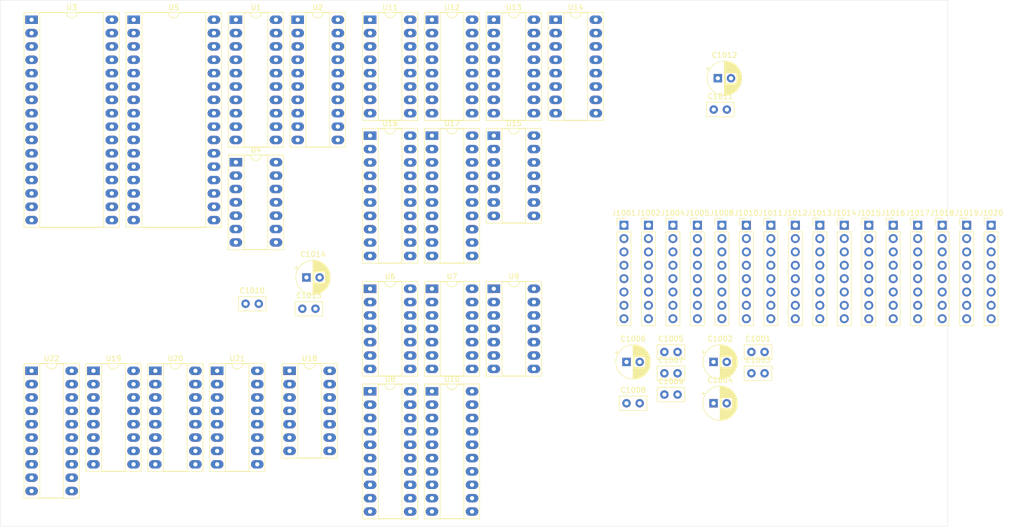
<source format=kicad_pcb>
(kicad_pcb (version 20240108) (generator "pcbnew") (generator_version "8.0")
  (layers (0 "F.Cu" signal) (31 "B.Cu" signal) (34 "B.Paste" user) (35 "F.Paste" user) (36 "B.SilkS" user "B.Silkscreen") (37 "F.SilkS" user "F.Silkscreen") (38 "B.Mask" user) (39 "F.Mask" user) (44 "Edge.Cuts" user))
  (net 0 "")
  (net 1 "DB4")
  (net 2 "DB3")
  (net 3 "DB2")
  (net 4 "DB7")
  (net 5 "DB6")
  (net 6 "DB1")
  (net 7 "DB5")
  (net 8 "DB0")
  (net 9 "IB0")
  (net 10 "IB2")
  (net 11 "IB6")
  (net 12 "IB3")
  (net 13 "IB4")
  (net 14 "IB1")
  (net 15 "IB7")
  (net 16 "IB5")
  (net 17 "RES")
  (net 18 "MOSI")
  (net 19 "~{RES}")
  (net 20 "MISO")
  (net 21 "~{RES_DIRTY}")
  (net 22 "SCLK")
  (net 23 "FETCH")
  (net 24 "/ODEFER3")
  (net 25 "/ODEFER1")
  (net 26 "/ODEFER5")
  (net 27 "/ODEFER7")
  (net 28 "/ODEFER2")
  (net 29 "/ODEFER4")
  (net 30 "/ODEFER6")
  (net 31 "/ODEFER0")
  (net 32 "~{IRQ}")
  (net 33 "EXIT")
  (net 34 "xW_pre")
  (net 35 "Nx_pre_clean")
  (net 36 "xM_pre")
  (net 37 "Mx_pre")
  (net 38 "~{SUBR}")
  (net 39 "xL_pre")
  (net 40 "Lx_pre")
  (net 41 "~{PH0}")
  (net 42 "~{DPH}")
  (net 43 "PH1")
  (net 44 "DPH")
  (net 45 "PH0")
  (net 46 "~{PH3}")
  (net 47 "GETPUT")
  (net 48 "FREE")
  (net 49 "~{RCOPY}")
  (net 50 "PUT")
  (net 51 "SCROUNGE")
  (net 52 "GET")
  (net 53 "~{TRAP}")
  (net 54 "~{CLOSE}")
  (net 55 "JUMP")
  (net 56 "/RDEFER6")
  (net 57 "NZFLAG_I")
  (net 58 "/RDEFER7")
  (net 59 "/RDEFER0")
  (net 60 "+5V")
  (net 61 "/RDEFER3")
  (net 62 "/RDEFER1")
  (net 63 "/RDEFER2")
  (net 64 "GND")
  (net 65 "/RDEFER4")
  (net 66 "/RDEFER5")
  (net 71 "ZFLAG_R")
  (net 74 "Net-(U6-Pad6)")
  (net 75 "Net-(U10-1OE)")
  (net 78 "Net-(U8-Cp)")
  (net 81 "Net-(U11-S4)")
  (net 82 "Net-(U11-S1)")
  (net 83 "Net-(U11-C4)")
  (net 84 "Net-(U11-S3)")
  (net 85 "Net-(U11-S2)")
  (net 86 "Net-(U12-S2)")
  (net 87 "Net-(U12-S4)")
  (net 88 "Net-(U12-S3)")
  (net 89 "Net-(U12-S1)")
  (net 90 "Net-(U13-Zd)")
  (net 91 "Net-(U13-Zc)")
  (net 92 "Net-(U13-Za)")
  (net 93 "Net-(U13-Zb)")
  (net 94 "Net-(U14-Zd)")
  (net 95 "Net-(U14-Zb)")
  (net 96 "Net-(U14-Za)")
  (net 97 "Net-(U14-Zc)")
  (net 98 "Net-(U16-Cp)")
  (net 99 "Net-(U15-Pad3)")
  (net 102 "Net-(U19-S)")
  (net 105 "Net-(U19-Zb)")
  (net 106 "Net-(U19-Zc)")
  (net 107 "Net-(U19-Zd)")
  (net 108 "Net-(U19-Za)")
  (net 109 "Net-(U20-S3)")
  (net 110 "Net-(U20-S4)")
  (net 111 "Net-(U20-C4)")
  (net 112 "Net-(U20-S2)")
  (net 113 "Net-(U20-S1)")
  (net 114 "Net-(U21-S3)")
  (net 115 "Net-(U21-S1)")
  (net 117 "Net-(U21-S4)")
  (net 118 "Net-(U21-S2)")
  (net 119 "PH2")
  (net 120 "IPH")
  (net 121 "xA_CARRY_OUT")
  (net 122 "~{xA_CARRY}")
  (net 123 "NZFLAG_R")
  (net 124 "HI5")
  (net 125 "HI7")
  (net 126 "HI3")
  (net 127 "HI0")
  (net 128 "HI1")
  (net 129 "HI4")
  (net 130 "HI2")
  (net 131 "HI6")
  (net 132 "O6")
  (net 133 "O2")
  (net 134 "O0")
  (net 135 "O5")
  (net 136 "O4")
  (net 137 "O3")
  (net 138 "O1")
  (net 139 "O7")
  (net 140 "PC1")
  (net 141 "PC5")
  (net 142 "PC3")
  (net 143 "PC6")
  (net 144 "PC0")
  (net 145 "PC7")
  (net 146 "PC4")
  (net 147 "PC2")
  (net 148 "~{xL}")
  (net 149 "~{xD}")
  (net 150 "~{xP}")
  (net 151 "~{xM}")
  (net 152 "~{xS}")
  (net 153 "~{xR}")
  (net 154 "~{xI}")
  (net 155 "~{xO}")
  (net 156 "xB")
  (net 157 "xC")
  (net 158 "xF")
  (net 159 "xE")
  (net 160 "xT")
  (net 161 "xW")
  (net 162 "xJ")
  (net 163 "xA")
  (net 164 "~{Lx}")
  (net 165 "~{Px}")
  (net 166 "~{Ix}")
  (net 167 "~{Dx}")
  (net 168 "~{Mx}")
  (net 169 "~{Nx}")
  (net 170 "~{Rx}")
  (net 171 "~{Sx}")
  (net 172 "~{opc_DIRO}")
  (net 174 "~{opc_FIX}")
  (net 175 "~{opc_SYS}")
  (net 176 "~{opc_PAIR}")
  (net 177 "~{opc_TRAP}")
  (net 178 "~{opc_ALU}")
  (net 180 "~{SCL}")
  (net 181 "~{COR}")
  (net 182 "~{NOP}")
  (net 183 "~{SCH}")
  (net 184 "~{SSO}")
  (net 185 "~{RET}")
  (net 186 "~{OWN}")
  (net 187 "~{SSI}")
  (net 188 "~{GETI}")
  (net 189 "~{PUTR}")
  (net 190 "~{GETD}")
  (net 191 "~{PUTD}")
  (net 192 "~{GETR}")
  (net 193 "~{PUTO}")
  (net 194 "~{GETO}")
  (net 195 "~{PUTI}")
  (net 196 "R3")
  (net 197 "CLOSE")
  (net 198 "R4")
  (net 199 "R2")
  (net 200 "R5")
  (net 201 "R6")
  (net 202 "R1")
  (net 203 "R7")
  (net 204 "R0")
  (net 205 "~{IB3}")
  (net 206 "PH3")
  (net 207 "ODEFER1")
  (net 208 "ODEFER0")
  (net 209 "ODEFER2")
  (net 210 "ODEFER3")
  (net 211 "ODEFER5")
  (net 212 "ODEFER7")
  (net 213 "ODEFER6")
  (net 214 "ODEFER4")
  (net 215 "GETO")
  (net 216 "xO")
  (net 217 "opc_FIX")
  (footprint "Connector_PinHeader_2.54mm:PinHeader_1x08_P2.54mm_Vertical" (layer "F.Cu") (at 203.8 60.07)
    (property "Reference" "J1020" (at 0 -2.33 0) (layer "F.SilkS"))
    (property "Value" "Conn_01x08_Pin")
    (pad "1" thru_hole rect (at 0 0) (size 1.7 1.7) (drill 1) (layers "*.Cu" "*.Mask") (net 190 "~{GETD}"))
    (pad "2" thru_hole oval (at 0 2.54) (size 1.7 1.7) (drill 1) (layers "*.Cu" "*.Mask") (net 188 "~{GETI}"))
    (pad "3" thru_hole oval (at 0 5.08) (size 1.7 1.7) (drill 1) (layers "*.Cu" "*.Mask") (net 192 "~{GETR}"))
    (pad "4" thru_hole oval (at 0 7.62) (size 1.7 1.7) (drill 1) (layers "*.Cu" "*.Mask") (net 194 "~{GETO}"))
    (pad "5" thru_hole oval (at 0 10.16) (size 1.7 1.7) (drill 1) (layers "*.Cu" "*.Mask") (net 191 "~{PUTD}"))
    (pad "6" thru_hole oval (at 0 12.7) (size 1.7 1.7) (drill 1) (layers "*.Cu" "*.Mask") (net 195 "~{PUTI}"))
    (pad "7" thru_hole oval (at 0 15.24) (size 1.7 1.7) (drill 1) (layers "*.Cu" "*.Mask") (net 189 "~{PUTR}"))
    (pad "8" thru_hole oval (at 0 17.78) (size 1.7 1.7) (drill 1) (layers "*.Cu" "*.Mask") (net 193 "~{PUTO}"))
  )
  (footprint "Package_DIP:DIP-16_W7.62mm_Socket_LongPads" (layer "F.Cu") (at 45.025 87.75)
    (property "Reference" "U20" (at 3.81 -2.33 0) (layer "F.SilkS"))
    (property "Value" "74HC283")
    (pad "1" thru_hole rect (at 0 0) (size 2.4 1.6) (drill 0.8) (layers "*.Cu" "*.Mask") (net 112 "Net-(U20-S2)"))
    (pad "2" thru_hole oval (at 0 2.54) (size 2.4 1.6) (drill 0.8) (layers "*.Cu" "*.Mask") (net 202 "R1"))
    (pad "3" thru_hole oval (at 0 5.08) (size 2.4 1.6) (drill 0.8) (layers "*.Cu" "*.Mask") (net 105 "Net-(U19-Zb)"))
    (pad "4" thru_hole oval (at 0 7.62) (size 2.4 1.6) (drill 0.8) (layers "*.Cu" "*.Mask") (net 113 "Net-(U20-S1)"))
    (pad "5" thru_hole oval (at 0 10.16) (size 2.4 1.6) (drill 0.8) (layers "*.Cu" "*.Mask") (net 108 "Net-(U19-Za)"))
    (pad "6" thru_hole oval (at 0 12.7) (size 2.4 1.6) (drill 0.8) (layers "*.Cu" "*.Mask") (net 204 "R0"))
    (pad "7" thru_hole oval (at 0 15.24) (size 2.4 1.6) (drill 0.8) (layers "*.Cu" "*.Mask") (net 64 "GND"))
    (pad "8" thru_hole oval (at 0 17.78) (size 2.4 1.6) (drill 0.8) (layers "*.Cu" "*.Mask") (net 64 "GND"))
    (pad "9" thru_hole oval (at 7.62 17.78) (size 2.4 1.6) (drill 0.8) (layers "*.Cu" "*.Mask") (net 111 "Net-(U20-C4)"))
    (pad "10" thru_hole oval (at 7.62 15.24) (size 2.4 1.6) (drill 0.8) (layers "*.Cu" "*.Mask") (net 110 "Net-(U20-S4)"))
    (pad "11" thru_hole oval (at 7.62 12.7) (size 2.4 1.6) (drill 0.8) (layers "*.Cu" "*.Mask") (net 196 "R3"))
    (pad "12" thru_hole oval (at 7.62 10.16) (size 2.4 1.6) (drill 0.8) (layers "*.Cu" "*.Mask") (net 107 "Net-(U19-Zd)"))
    (pad "13" thru_hole oval (at 7.62 7.62) (size 2.4 1.6) (drill 0.8) (layers "*.Cu" "*.Mask") (net 109 "Net-(U20-S3)"))
    (pad "14" thru_hole oval (at 7.62 5.08) (size 2.4 1.6) (drill 0.8) (layers "*.Cu" "*.Mask") (net 106 "Net-(U19-Zc)"))
    (pad "15" thru_hole oval (at 7.62 2.54) (size 2.4 1.6) (drill 0.8) (layers "*.Cu" "*.Mask") (net 199 "R2"))
    (pad "16" thru_hole oval (at 7.62 0) (size 2.4 1.6) (drill 0.8) (layers "*.Cu" "*.Mask") (net 60 "+5V"))
  )
  (footprint "Package_DIP:DIP-16_W7.62mm_Socket_LongPads" (layer "F.Cu") (at 109.325 21)
    (property "Reference" "U13" (at 3.81 -2.33 0) (layer "F.SilkS"))
    (property "Value" "74HC157")
    (pad "1" thru_hole rect (at 0 0) (size 2.4 1.6) (drill 0.8) (layers "*.Cu" "*.Mask") (net 163 "xA"))
    (pad "2" thru_hole oval (at 0 2.54) (size 2.4 1.6) (drill 0.8) (layers "*.Cu" "*.Mask") (net 8 "DB0"))
    (pad "3" thru_hole oval (at 0 5.08) (size 2.4 1.6) (drill 0.8) (layers "*.Cu" "*.Mask") (net 82 "Net-(U11-S1)"))
    (pad "4" thru_hole oval (at 0 7.62) (size 2.4 1.6) (drill 0.8) (layers "*.Cu" "*.Mask") (net 92 "Net-(U13-Za)"))
    (pad "5" thru_hole oval (at 0 10.16) (size 2.4 1.6) (drill 0.8) (layers "*.Cu" "*.Mask") (net 6 "DB1"))
    (pad "6" thru_hole oval (at 0 12.7) (size 2.4 1.6) (drill 0.8) (layers "*.Cu" "*.Mask") (net 85 "Net-(U11-S2)"))
    (pad "7" thru_hole oval (at 0 15.24) (size 2.4 1.6) (drill 0.8) (layers "*.Cu" "*.Mask") (net 93 "Net-(U13-Zb)"))
    (pad "8" thru_hole oval (at 0 17.78) (size 2.4 1.6) (drill 0.8) (layers "*.Cu" "*.Mask") (net 64 "GND"))
    (pad "9" thru_hole oval (at 7.62 17.78) (size 2.4 1.6) (drill 0.8) (layers "*.Cu" "*.Mask") (net 91 "Net-(U13-Zc)"))
    (pad "10" thru_hole oval (at 7.62 15.24) (size 2.4 1.6) (drill 0.8) (layers "*.Cu" "*.Mask") (net 84 "Net-(U11-S3)"))
    (pad "11" thru_hole oval (at 7.62 12.7) (size 2.4 1.6) (drill 0.8) (layers "*.Cu" "*.Mask") (net 3 "DB2"))
    (pad "12" thru_hole oval (at 7.62 10.16) (size 2.4 1.6) (drill 0.8) (layers "*.Cu" "*.Mask") (net 90 "Net-(U13-Zd)"))
    (pad "13" thru_hole oval (at 7.62 7.62) (size 2.4 1.6) (drill 0.8) (layers "*.Cu" "*.Mask") (net 81 "Net-(U11-S4)"))
    (pad "14" thru_hole oval (at 7.62 5.08) (size 2.4 1.6) (drill 0.8) (layers "*.Cu" "*.Mask") (net 2 "DB3"))
    (pad "15" thru_hole oval (at 7.62 2.54) (size 2.4 1.6) (drill 0.8) (layers "*.Cu" "*.Mask") (net 64 "GND"))
    (pad "16" thru_hole oval (at 7.62 0) (size 2.4 1.6) (drill 0.8) (layers "*.Cu" "*.Mask") (net 60 "+5V"))
  )
  (footprint "Package_DIP:DIP-14_W7.62mm_Socket_LongPads" (layer "F.Cu") (at 70.525 87.75)
    (property "Reference" "U18" (at 3.81 -2.33 0) (layer "F.SilkS"))
    (property "Value" "4075")
    (pad "1" thru_hole rect (at 0 0) (size 2.4 1.6) (drill 0.8) (layers "*.Cu" "*.Mask") (net 9 "IB0"))
    (pad "2" thru_hole oval (at 0 2.54) (size 2.4 1.6) (drill 0.8) (layers "*.Cu" "*.Mask") (net 14 "IB1"))
    (pad "3" thru_hole oval (at 0 5.08) (size 2.4 1.6) (drill 0.8) (layers "*.Cu" "*.Mask") (net 64 "GND"))
    (pad "4" thru_hole oval (at 0 7.62) (size 2.4 1.6) (drill 0.8) (layers "*.Cu" "*.Mask") (net 64 "GND"))
    (pad "5" thru_hole oval (at 0 10.16) (size 2.4 1.6) (drill 0.8) (layers "*.Cu" "*.Mask") (net 64 "GND"))
    (pad "6" thru_hole oval (at 0 12.7) (size 2.4 1.6) (drill 0.8) (layers "*.Cu" "*.Mask"))
    (pad "7" thru_hole oval (at 0 15.24) (size 2.4 1.6) (drill 0.8) (layers "*.Cu" "*.Mask") (net 64 "GND"))
    (pad "8" thru_hole oval (at 7.62 15.24) (size 2.4 1.6) (drill 0.8) (layers "*.Cu" "*.Mask") (net 10 "IB2"))
    (pad "9" thru_hole oval (at 7.62 12.7) (size 2.4 1.6) (drill 0.8) (layers "*.Cu" "*.Mask") (net 102 "Net-(U19-S)"))
    (pad "10" thru_hole oval (at 7.62 10.16) (size 2.4 1.6) (drill 0.8) (layers "*.Cu" "*.Mask"))
    (pad "11" thru_hole oval (at 7.62 7.62) (size 2.4 1.6) (drill 0.8) (layers "*.Cu" "*.Mask") (net 64 "GND"))
    (pad "12" thru_hole oval (at 7.62 5.08) (size 2.4 1.6) (drill 0.8) (layers "*.Cu" "*.Mask") (net 64 "GND"))
    (pad "13" thru_hole oval (at 7.62 2.54) (size 2.4 1.6) (drill 0.8) (layers "*.Cu" "*.Mask") (net 64 "GND"))
    (pad "14" thru_hole oval (at 7.62 0) (size 2.4 1.6) (drill 0.8) (layers "*.Cu" "*.Mask") (net 60 "+5V"))
  )
  (footprint "Package_DIP:DIP-14_W7.62mm_Socket_LongPads" (layer "F.Cu") (at 109.325 43.05)
    (property "Reference" "U15" (at 3.81 -2.33 0) (layer "F.SilkS"))
    (property "Value" "74LS32")
    (pad "1" thru_hole rect (at 0 0) (size 2.4 1.6) (drill 0.8) (layers "*.Cu" "*.Mask") (net 163 "xA"))
    (pad "2" thru_hole oval (at 0 2.54) (size 2.4 1.6) (drill 0.8) (layers "*.Cu" "*.Mask") (net 215 "GETO"))
    (pad "3" thru_hole oval (at 0 5.08) (size 2.4 1.6) (drill 0.8) (layers "*.Cu" "*.Mask") (net 99 "Net-(U15-Pad3)"))
    (pad "4" thru_hole oval (at 0 7.62) (size 2.4 1.6) (drill 0.8) (layers "*.Cu" "*.Mask") (net 216 "xO"))
    (pad "5" thru_hole oval (at 0 10.16) (size 2.4 1.6) (drill 0.8) (layers "*.Cu" "*.Mask") (net 99 "Net-(U15-Pad3)"))
    (pad "6" thru_hole oval (at 0 12.7) (size 2.4 1.6) (drill 0.8) (layers "*.Cu" "*.Mask") (net 98 "Net-(U16-Cp)"))
    (pad "7" thru_hole oval (at 0 15.24) (size 2.4 1.6) (drill 0.8) (layers "*.Cu" "*.Mask") (net 64 "GND"))
    (pad "8" thru_hole oval (at 7.62 15.24) (size 2.4 1.6) (drill 0.8) (layers "*.Cu" "*.Mask"))
    (pad "9" thru_hole oval (at 7.62 12.7) (size 2.4 1.6) (drill 0.8) (layers "*.Cu" "*.Mask") (net 64 "GND"))
    (pad "10" thru_hole oval (at 7.62 10.16) (size 2.4 1.6) (drill 0.8) (layers "*.Cu" "*.Mask") (net 64 "GND"))
    (pad "11" thru_hole oval (at 7.62 7.62) (size 2.4 1.6) (drill 0.8) (layers "*.Cu" "*.Mask"))
    (pad "12" thru_hole oval (at 7.62 5.08) (size 2.4 1.6) (drill 0.8) (layers "*.Cu" "*.Mask") (net 64 "GND"))
    (pad "13" thru_hole oval (at 7.62 2.54) (size 2.4 1.6) (drill 0.8) (layers "*.Cu" "*.Mask") (net 64 "GND"))
    (pad "14" thru_hole oval (at 7.62 0) (size 2.4 1.6) (drill 0.8) (layers "*.Cu" "*.Mask") (net 60 "+5V"))
  )
  (footprint "Package_DIP:DIP-20_W7.62mm_Socket_LongPads" (layer "F.Cu") (at 21.525 87.75)
    (property "Reference" "U22" (at 3.81 -2.33 0) (layer "F.SilkS"))
    (property "Value" "74AHC574")
    (pad "1" thru_hole rect (at 0 0) (size 2.4 1.6) (drill 0.8) (layers "*.Cu" "*.Mask") (net 174 "~{opc_FIX}"))
    (pad "2" thru_hole oval (at 0 2.54) (size 2.4 1.6) (drill 0.8) (layers "*.Cu" "*.Mask") (net 113 "Net-(U20-S1)"))
    (pad "3" thru_hole oval (at 0 5.08) (size 2.4 1.6) (drill 0.8) (layers "*.Cu" "*.Mask") (net 112 "Net-(U20-S2)"))
    (pad "4" thru_hole oval (at 0 7.62) (size 2.4 1.6) (drill 0.8) (layers "*.Cu" "*.Mask") (net 109 "Net-(U20-S3)"))
    (pad "5" thru_hole oval (at 0 10.16) (size 2.4 1.6) (drill 0.8) (layers "*.Cu" "*.Mask") (net 110 "Net-(U20-S4)"))
    (pad "6" thru_hole oval (at 0 12.7) (size 2.4 1.6) (drill 0.8) (layers "*.Cu" "*.Mask") (net 115 "Net-(U21-S1)"))
    (pad "7" thru_hole oval (at 0 15.24) (size 2.4 1.6) (drill 0.8) (layers "*.Cu" "*.Mask") (net 118 "Net-(U21-S2)"))
    (pad "8" thru_hole oval (at 0 17.78) (size 2.4 1.6) (drill 0.8) (layers "*.Cu" "*.Mask") (net 114 "Net-(U21-S3)"))
    (pad "9" thru_hole oval (at 0 20.32) (size 2.4 1.6) (drill 0.8) (layers "*.Cu" "*.Mask") (net 117 "Net-(U21-S4)"))
    (pad "10" thru_hole oval (at 0 22.86) (size 2.4 1.6) (drill 0.8) (layers "*.Cu" "*.Mask") (net 64 "GND"))
    (pad "11" thru_hole oval (at 7.62 22.86) (size 2.4 1.6) (drill 0.8) (layers "*.Cu" "*.Mask") (net 217 "opc_FIX"))
    (pad "12" thru_hole oval (at 7.62 20.32) (size 2.4 1.6) (drill 0.8) (layers "*.Cu" "*.Mask") (net 4 "DB7"))
    (pad "13" thru_hole oval (at 7.62 17.78) (size 2.4 1.6) (drill 0.8) (layers "*.Cu" "*.Mask") (net 5 "DB6"))
    (pad "14" thru_hole oval (at 7.62 15.24) (size 2.4 1.6) (drill 0.8) (layers "*.Cu" "*.Mask") (net 7 "DB5"))
    (pad "15" thru_hole oval (at 7.62 12.7) (size 2.4 1.6) (drill 0.8) (layers "*.Cu" "*.Mask") (net 1 "DB4"))
    (pad "16" thru_hole oval (at 7.62 10.16) (size 2.4 1.6) (drill 0.8) (layers "*.Cu" "*.Mask") (net 2 "DB3"))
    (pad "17" thru_hole oval (at 7.62 7.62) (size 2.4 1.6) (drill 0.8) (layers "*.Cu" "*.Mask") (net 3 "DB2"))
    (pad "18" thru_hole oval (at 7.62 5.08) (size 2.4 1.6) (drill 0.8) (layers "*.Cu" "*.Mask") (net 6 "DB1"))
    (pad "19" thru_hole oval (at 7.62 2.54) (size 2.4 1.6) (drill 0.8) (layers "*.Cu" "*.Mask") (net 8 "DB0"))
    (pad "20" thru_hole oval (at 7.62 0) (size 2.4 1.6) (drill 0.8) (layers "*.Cu" "*.Mask") (net 60 "+5V"))
  )
  (footprint "Capacitor_THT:C_Disc_D5.0mm_W2.5mm_P2.50mm" (layer "F.Cu") (at 158.26 84.17)
    (property "Reference" "C1001" (at 1.25 -2.5 0) (layer "F.SilkS"))
    (property "Value" "C 100nF")
    (pad "1" thru_hole circle (at 0 0) (size 1.6 1.6) (drill 0.8) (layers "*.Cu" "*.Mask") (net 60 "+5V"))
    (pad "2" thru_hole circle (at 2.5 0) (size 1.6 1.6) (drill 0.8) (layers "*.Cu" "*.Mask") (net 64 "GND"))
  )
  (footprint "Connector_PinHeader_2.54mm:PinHeader_1x08_P2.54mm_Vertical" (layer "F.Cu") (at 143.35 60.07)
    (property "Reference" "J1004" (at 0 -2.33 0) (layer "F.SilkS"))
    (property "Value" "Conn_01x08_Pin")
    (pad "1" thru_hole rect (at 0 0) (size 1.7 1.7) (drill 1) (layers "*.Cu" "*.Mask") (net 32 "~{IRQ}"))
    (pad "2" thru_hole oval (at 0 2.54) (size 1.7 1.7) (drill 1) (layers "*.Cu" "*.Mask") (net 17 "RES"))
    (pad "3" thru_hole oval (at 0 5.08) (size 1.7 1.7) (drill 1) (layers "*.Cu" "*.Mask") (net 22 "SCLK"))
    (pad "4" thru_hole oval (at 0 7.62) (size 1.7 1.7) (drill 1) (layers "*.Cu" "*.Mask") (net 19 "~{RES}"))
    (pad "5" thru_hole oval (at 0 10.16) (size 1.7 1.7) (drill 1) (layers "*.Cu" "*.Mask") (net 20 "MISO"))
    (pad "6" thru_hole oval (at 0 12.7) (size 1.7 1.7) (drill 1) (layers "*.Cu" "*.Mask") (net 18 "MOSI"))
    (pad "7" thru_hole oval (at 0 15.24) (size 1.7 1.7) (drill 1) (layers "*.Cu" "*.Mask") (net 23 "FETCH"))
    (pad "8" thru_hole oval (at 0 17.78) (size 1.7 1.7) (drill 1) (layers "*.Cu" "*.Mask") (net 21 "~{RES_DIRTY}"))
  )
  (footprint "Connector_PinHeader_2.54mm:PinHeader_1x08_P2.54mm_Vertical" (layer "F.Cu") (at 171.25 60.07)
    (property "Reference" "J1013" (at 0 -2.33 0) (layer "F.SilkS"))
    (property "Value" "Conn_01x08_Pin")
    (pad "1" thru_hole rect (at 0 0) (size 1.7 1.7) (drill 1) (layers "*.Cu" "*.Mask") (net 134 "O0"))
    (pad "2" thru_hole oval (at 0 2.54) (size 1.7 1.7) (drill 1) (layers "*.Cu" "*.Mask") (net 138 "O1"))
    (pad "3" thru_hole oval (at 0 5.08) (size 1.7 1.7) (drill 1) (layers "*.Cu" "*.Mask") (net 133 "O2"))
    (pad "4" thru_hole oval (at 0 7.62) (size 1.7 1.7) (drill 1) (layers "*.Cu" "*.Mask") (net 137 "O3"))
    (pad "5" thru_hole oval (at 0 10.16) (size 1.7 1.7) (drill 1) (layers "*.Cu" "*.Mask") (net 136 "O4"))
    (pad "6" thru_hole oval (at 0 12.7) (size 1.7 1.7) (drill 1) (layers "*.Cu" "*.Mask") (net 135 "O5"))
    (pad "7" thru_hole oval (at 0 15.24) (size 1.7 1.7) (drill 1) (layers "*.Cu" "*.Mask") (net 132 "O6"))
    (pad "8" thru_hole oval (at 0 17.78) (size 1.7 1.7) (drill 1) (layers "*.Cu" "*.Mask") (net 139 "O7"))
  )
  (footprint "Capacitor_THT:C_Disc_D5.0mm_W2.5mm_P2.50mm" (layer "F.Cu") (at 151.1 38.075)
    (property "Reference" "C1011" (at 1.25 -2.5 0) (layer "F.SilkS"))
    (property "Value" "C 100nF")
    (pad "1" thru_hole circle (at 0 0) (size 1.6 1.6) (drill 0.8) (layers "*.Cu" "*.Mask") (net 60 "+5V"))
    (pad "2" thru_hole circle (at 2.5 0) (size 1.6 1.6) (drill 0.8) (layers "*.Cu" "*.Mask") (net 64 "GND"))
  )
  (footprint "Connector_PinHeader_2.54mm:PinHeader_1x08_P2.54mm_Vertical" (layer "F.Cu") (at 189.85 60.07)
    (property "Reference" "J1017" (at 0 -2.33 0) (layer "F.SilkS"))
    (property "Value" "Conn_01x08_Pin")
    (pad "1" thru_hole rect (at 0 0) (size 1.7 1.7) (drill 1) (layers "*.Cu" "*.Mask") (net 169 "~{Nx}"))
    (pad "2" thru_hole oval (at 0 2.54) (size 1.7 1.7) (drill 1) (layers "*.Cu" "*.Mask") (net 168 "~{Mx}"))
    (pad "3" thru_hole oval (at 0 5.08) (size 1.7 1.7) (drill 1) (layers "*.Cu" "*.Mask") (net 164 "~{Lx}"))
    (pad "4" thru_hole oval (at 0 7.62) (size 1.7 1.7) (drill 1) (layers "*.Cu" "*.Mask") (net 167 "~{Dx}"))
    (pad "5" thru_hole oval (at 0 10.16) (size 1.7 1.7) (drill 1) (layers "*.Cu" "*.Mask") (net 170 "~{Rx}"))
    (pad "6" thru_hole oval (at 0 12.7) (size 1.7 1.7) (drill 1) (layers "*.Cu" "*.Mask") (net 166 "~{Ix}"))
    (pad "7" thru_hole oval (at 0 15.24) (size 1.7 1.7) (drill 1) (layers "*.Cu" "*.Mask") (net 171 "~{Sx}"))
    (pad "8" thru_hole oval (at 0 17.78) (size 1.7 1.7) (drill 1) (layers "*.Cu" "*.Mask") (net 165 "~{Px}"))
  )
  (footprint "Connector_PinHeader_2.54mm:PinHeader_1x08_P2.54mm_Vertical" (layer "F.Cu") (at 185.2 60.07)
    (property "Reference" "J1016" (at 0 -2.33 0) (layer "F.SilkS"))
    (property "Value" "Conn_01x08_Pin")
    (pad "1" thru_hole rect (at 0 0) (size 1.7 1.7) (drill 1) (layers "*.Cu" "*.Mask") (net 159 "xE"))
    (pad "2" thru_hole oval (at 0 2.54) (size 1.7 1.7) (drill 1) (layers "*.Cu" "*.Mask") (net 163 "xA"))
    (pad "3" thru_hole oval (at 0 5.08) (size 1.7 1.7) (drill 1) (layers "*.Cu" "*.Mask") (net 156 "xB"))
    (pad "4" thru_hole oval (at 0 7.62) (size 1.7 1.7) (drill 1) (layers "*.Cu" "*.Mask") (net 162 "xJ"))
    (pad "5" thru_hole oval (at 0 10.16) (size 1.7 1.7) (drill 1) (layers "*.Cu" "*.Mask") (net 161 "xW"))
    (pad "6" thru_hole oval (at 0 12.7) (size 1.7 1.7) (drill 1) (layers "*.Cu" "*.Mask") (net 160 "xT"))
    (pad "7" thru_hole oval (at 0 15.24) (size 1.7 1.7) (drill 1) (layers "*.Cu" "*.Mask") (net 158 "xF"))
    (pad "8" thru_hole oval (at 0 17.78) (size 1.7 1.7) (drill 1) (layers "*.Cu" "*.Mask") (net 157 "xC"))
  )
  (footprint "Package_DIP:DIP-16_W7.62mm_Socket_LongPads" (layer "F.Cu") (at 56.775 87.75)
    (property "Reference" "U21" (at 3.81 -2.33 0) (layer "F.SilkS"))
    (property "Value" "74HC283")
    (pad "1" thru_hole rect (at 0 0) (size 2.4 1.6) (drill 0.8) (layers "*.Cu" "*.Mask") (net 118 "Net-(U21-S2)"))
    (pad "2" thru_hole oval (at 0 2.54) (size 2.4 1.6) (drill 0.8) (layers "*.Cu" "*.Mask") (net 200 "R5"))
    (pad "3" thru_hole oval (at 0 5.08) (size 2.4 1.6) (drill 0.8) (layers "*.Cu" "*.Mask") (net 107 "Net-(U19-Zd)"))
    (pad "4" thru_hole oval (at 0 7.62) (size 2.4 1.6) (drill 0.8) (layers "*.Cu" "*.Mask") (net 115 "Net-(U21-S1)"))
    (pad "5" thru_hole oval (at 0 10.16) (size 2.4 1.6) (drill 0.8) (layers "*.Cu" "*.Mask") (net 107 "Net-(U19-Zd)"))
    (pad "6" thru_hole oval (at 0 12.7) (size 2.4 1.6) (drill 0.8) (layers "*.Cu" "*.Mask") (net 198 "R4"))
    (pad "7" thru_hole oval (at 0 15.24) (size 2.4 1.6) (drill 0.8) (layers "*.Cu" "*.Mask") (net 111 "Net-(U20-C4)"))
    (pad "8" thru_hole oval (at 0 17.78) (size 2.4 1.6) (drill 0.8) (layers "*.Cu" "*.Mask") (net 64 "GND"))
    (pad "9" thru_hole oval (at 7.62 17.78) (size 2.4 1.6) (drill 0.8) (layers "*.Cu" "*.Mask"))
    (pad "10" thru_hole oval (at 7.62 15.24) (size 2.4 1.6) (drill 0.8) (layers "*.Cu" "*.Mask") (net 117 "Net-(U21-S4)"))
    (pad "11" thru_hole oval (at 7.62 12.7) (size 2.4 1.6) (drill 0.8) (layers "*.Cu" "*.Mask") (net 203 "R7"))
    (pad "12" thru_hole oval (at 7.62 10.16) (size 2.4 1.6) (drill 0.8) (layers "*.Cu" "*.Mask") (net 107 "Net-(U19-Zd)"))
    (pad "13" thru_hole oval (at 7.62 7.62) (size 2.4 1.6) (drill 0.8) (layers "*.Cu" "*.Mask") (net 114 "Net-(U21-S3)"))
    (pad "14" thru_hole oval (at 7.62 5.08) (size 2.4 1.6) (drill 0.8) (layers "*.Cu" "*.Mask") (net 107 "Net-(U19-Zd)"))
    (pad "15" thru_hole oval (at 7.62 2.54) (size 2.4 1.6) (drill 0.8) (layers "*.Cu" "*.Mask") (net 201 "R6"))
    (pad "16" thru_hole oval (at 7.62 0) (size 2.4 1.6) (drill 0.8) (layers "*.Cu" "*.Mask") (net 60 "+5V"))
  )
  (footprint "Connector_PinHeader_2.54mm:PinHeader_1x08_P2.54mm_Vertical" (layer "F.Cu") (at 194.5 60.07)
    (property "Reference" "J1018" (at 0 -2.33 0) (layer "F.SilkS"))
    (property "Value" "Conn_01x08_Pin")
    (pad "1" thru_hole rect (at 0 0) (size 1.7 1.7) (drill 1) (layers "*.Cu" "*.Mask") (net 175 "~{opc_SYS}"))
    (pad "2" thru_hole oval (at 0 2.54) (size 1.7 1.7) (drill 1) (layers "*.Cu" "*.Mask") (net 174 "~{opc_FIX}"))
    (pad "3" thru_hole oval (at 0 5.08) (size 1.7 1.7) (drill 1) (layers "*.Cu" "*.Mask") (net 178 "~{opc_ALU}"))
    (pad "4" thru_hole oval (at 0 7.62) (size 1.7 1.7) (drill 1) (layers "*.Cu" "*.Mask") (net 177 "~{opc_TRAP}"))
    (pad "5" thru_hole oval (at 0 10.16) (size 1.7 1.7) (drill 1) (layers "*.Cu" "*.Mask") (net 172 "~{opc_DIRO}"))
    (pad "6" thru_hole oval (at 0 12.7) (size 1.7 1.7) (drill 1) (layers "*.Cu" "*.Mask") (net 176 "~{opc_PAIR}"))
    (pad "7" thru_hole oval (at 0 15.24) (size 1.7 1.7) (drill 1) (layers "*.Cu" "*.Mask"))
    (pad "8" thru_hole oval (at 0 17.78) (size 1.7 1.7) (drill 1) (layers "*.Cu" "*.Mask"))
  )
  (footprint "Package_DIP:DIP-14_W7.62mm_Socket_LongPads" (layer "F.Cu") (at 60.325 48.1)
    (property "Reference" "U4" (at 3.81 -2.33 0) (layer "F.SilkS"))
    (property "Value" "74HC04")
    (pad "1" thru_hole rect (at 0 0) (size 2.4 1.6) (drill 0.8) (layers "*.Cu" "*.Mask") (net 12 "IB3"))
    (pad "2" thru_hole oval (at 0 2.54) (size 2.4 1.6) (drill 0.8) (layers "*.Cu" "*.Mask") (net 205 "~{IB3}"))
    (pad "3" thru_hole oval (at 0 5.08) (size 2.4 1.6) (drill 0.8) (layers "*.Cu" "*.Mask") (net 64 "GND"))
    (pad "4" thru_hole oval (at 0 7.62) (size 2.4 1.6) (drill 0.8) (layers "*.Cu" "*.Mask"))
    (pad "5" thru_hole oval (at 0 10.16) (size 2.4 1.6) (drill 0.8) (layers "*.Cu" "*.Mask") (net 64 "GND"))
    (pad "6" thru_hole oval (at 0 12.7) (size 2.4 1.6) (drill 0.8) (layers "*.Cu" "*.Mask"))
    (pad "7" thru_hole oval (at 0 15.24) (size 2.4 1.6) (drill 0.8) (layers "*.Cu" "*.Mask") (net 64 "GND"))
    (pad "8" thru_hole oval (at 7.62 15.24) (size 2.4 1.6) (drill 0.8) (layers "*.Cu" "*.Mask"))
    (pad "9" thru_hole oval (at 7.62 12.7) (size 2.4 1.6) (drill 0.8) (layers "*.Cu" "*.Mask") (net 64 "GND"))
    (pad "10" thru_hole oval (at 7.62 10.16) (size 2.4 1.6) (drill 0.8) (layers "*.Cu" "*.Mask"))
    (pad "11" thru_hole oval (at 7.62 7.62) (size 2.4 1.6) (drill 0.8) (layers "*.Cu" "*.Mask") (net 64 "GND"))
    (pad "12" thru_hole oval (at 7.62 5.08) (size 2.4 1.6) (drill 0.8) (layers "*.Cu" "*.Mask"))
    (pad "13" thru_hole oval (at 7.62 2.54) (size 2.4 1.6) (drill 0.8) (layers "*.Cu" "*.Mask") (net 64 "GND"))
    (pad "14" thru_hole oval (at 7.62 0) (size 2.4 1.6) (drill 0.8) (layers "*.Cu" "*.Mask") (net 60 "+5V"))
  )
  (footprint "Capacitor_THT:CP_Radial_D6.3mm_P2.50mm" (layer "F.Cu") (at 134.535241 86.07)
    (property "Reference" "C1006" (at 1.25 -4.4 0) (layer "F.SilkS"))
    (property "Value" "CP 10μF")
    (pad "1" thru_hole rect (at 0 0) (size 1.6 1.6) (drill 0.8) (layers "*.Cu" "*.Mask") (net 60 "+5V"))
    (pad "2" thru_hole circle (at 2.5 0) (size 1.6 1.6) (drill 0.8) (layers "*.Cu" "*.Mask") (net 64 "GND"))
  )
  (footprint "Package_DIP:DIP-20_W7.62mm_Socket_LongPads" (layer "F.Cu") (at 72.075 21)
    (property "Reference" "U2" (at 3.81 -2.33 0) (layer "F.SilkS"))
    (property "Value" "74AHC273")
    (pad "1" thru_hole rect (at 0 0) (size 2.4 1.6) (drill 0.8) (layers "*.Cu" "*.Mask") (net 19 "~{RES}"))
    (pad "2" thru_hole oval (at 0 2.54) (size 2.4 1.6) (drill 0.8) (layers "*.Cu" "*.Mask") (net 31 "/ODEFER0"))
    (pad "3" thru_hole oval (at 0 5.08) (size 2.4 1.6) (drill 0.8) (layers "*.Cu" "*.Mask") (net 134 "O0"))
    (pad "4" thru_hole oval (at 0 7.62) (size 2.4 1.6) (drill 0.8) (layers "*.Cu" "*.Mask") (net 138 "O1"))
    (pad "5" thru_hole oval (at 0 10.16) (size 2.4 1.6) (drill 0.8) (layers "*.Cu" "*.Mask") (net 25 "/ODEFER1"))
    (pad "6" thru_hole oval (at 0 12.7) (size 2.4 1.6) (drill 0.8) (layers "*.Cu" "*.Mask") (net 28 "/ODEFER2"))
    (pad "7" thru_hole oval (at 0 15.24) (size 2.4 1.6) (drill 0.8) (layers "*.Cu" "*.Mask") (net 133 "O2"))
    (pad "8" thru_hole oval (at 0 17.78) (size 2.4 1.6) (drill 0.8) (layers "*.Cu" "*.Mask") (net 137 "O3"))
    (pad "9" thru_hole oval (at 0 20.32) (size 2.4 1.6) (drill 0.8) (layers "*.Cu" "*.Mask") (net 24 "/ODEFER3"))
    (pad "10" thru_hole oval (at 0 22.86) (size 2.4 1.6) (drill 0.8) (layers "*.Cu" "*.Mask") (net 64 "GND"))
    (pad "11" thru_hole oval (at 7.62 22.86) (size 2.4 1.6) (drill 0.8) (layers "*.Cu" "*.Mask") (net 197 "CLOSE"))
    (pad "12" thru_hole oval (at 7.62 20.32) (size 2.4 1.6) (drill 0.8) (layers "*.Cu" "*.Mask") (net 29 "/ODEFER4"))
    (pad "13" thru_hole oval (at 7.62 17.78) (size 2.4 1.6) (drill 0.8) (layers "*.Cu" "*.Mask") (net 136 "O4"))
    (pad "14" thru_hole oval (at 7.62 15.24) (size 2.4 1.6) (drill 0.8) (layers "*.Cu" "*.Mask") (net 135 "O5"))
    (pad "15" thru_hole oval (at 7.62 12.7) (size 2.4 1.6) (drill 0.8) (layers "*.Cu" "*.Mask") (net 26 "/ODEFER5"))
    (pad "16" thru_hole oval (at 7.62 10.16) (size 2.4 1.6) (drill 0.8) (layers "*.Cu" "*.Mask") (net 30 "/ODEFER6"))
    (pad "17" thru_hole oval (at 7.62 7.62) (size 2.4 1.6) (drill 0.8) (layers "*.Cu" "*.Mask") (net 132 "O6"))
    (pad "18" thru_hole oval (at 7.62 5.08) (size 2.4 1.6) (drill 0.8) (layers "*.Cu" "*.Mask") (net 139 "O7"))
    (pad "19" thru_hole oval (at 7.62 2.54) (size 2.4 1.6) (drill 0.8) (layers "*.Cu" "*.Mask") (net 27 "/ODEFER7"))
    (pad "20" thru_hole oval (at 7.62 0) (size 2.4 1.6) (drill 0.8) (layers "*.Cu" "*.Mask") (net 60 "+5V"))
  )
  (footprint "Capacitor_THT:C_Disc_D5.0mm_W2.5mm_P2.50mm" (layer "F.Cu") (at 141.73 92.27)
    (property "Reference" "C1009" (at 1.25 -2.5 0) (layer "F.SilkS"))
    (property "Value" "C 100nF")
    (pad "1" thru_hole circle (at 0 0) (size 1.6 1.6) (drill 0.8) (layers "*.Cu" "*.Mask") (net 60 "+5V"))
    (pad "2" thru_hole circle (at 2.5 0) (size 1.6 1.6) (drill 0.8) (layers "*.Cu" "*.Mask") (net 64 "GND"))
  )
  (footprint "Capacitor_THT:C_Disc_D5.0mm_W2.5mm_P2.50mm" (layer "F.Cu") (at 134.535241 93.92)
    (property "Reference" "C1008" (at 1.25 -2.5 0) (layer "F.SilkS"))
    (property "Value" "C 100nF")
    (pad "1" thru_hole circle (at 0 0) (size 1.6 1.6) (drill 0.8) (layers "*.Cu" "*.Mask") (net 60 "+5V"))
    (pad "2" thru_hole circle (at 2.5 0) (size 1.6 1.6) (drill 0.8) (layers "*.Cu" "*.Mask") (net 64 "GND"))
  )
  (footprint "Package_DIP:DIP-14_W7.62mm_Socket_LongPads" (layer "F.Cu") (at 97.575 72.15)
    (property "Reference" "U7" (at 3.81 -2.33 0) (layer "F.SilkS"))
    (property "Value" "74LS08")
    (pad "1" thru_hole rect (at 0 0) (size 2.4 1.6) (drill 0.8) (layers "*.Cu" "*.Mask") (net 189 "~{PUTR}"))
    (pad "2" thru_hole oval (at 0 2.54) (size 2.4 1.6) (drill 0.8) (layers "*.Cu" "*.Mask") (net 170 "~{Rx}"))
    (pad "3" thru_hole oval (at 0 5.08) (size 2.4 1.6) (drill 0.8) (layers "*.Cu" "*.Mask") (net 75 "Net-(U10-1OE)"))
    (pad "4" thru_hole oval (at 0 7.62) (size 2.4 1.6) (drill 0.8) (layers "*.Cu" "*.Mask") (net 74 "Net-(U6-Pad6)"))
    (pad "5" thru_hole oval (at 0 10.16) (size 2.4 1.6) (drill 0.8) (layers "*.Cu" "*.Mask") (net 206 "PH3"))
    (pad "6" thru_hole oval (at 0 12.7) (size 2.4 1.6) (drill 0.8) (layers "*.Cu" "*.Mask") (net 78 "Net-(U8-Cp)"))
    (pad "7" thru_hole oval (at 0 15.24) (size 2.4 1.6) (drill 0.8) (layers "*.Cu" "*.Mask") (net 64 "GND"))
    (pad "8" thru_hole oval (at 7.62 15.24) (size 2.4 1.6) (drill 0.8) (layers "*.Cu" "*.Mask"))
    (pad "9" thru_hole oval (at 7.62 12.7) (size 2.4 1.6) (drill 0.8) (layers "*.Cu" "*.Mask") (net 64 "GND"))
    (pad "10" thru_hole oval (at 7.62 10.16) (size 2.4 1.6) (drill 0.8) (layers "*.Cu" "*.Mask") (net 64 "GND"))
    (pad "11" thru_hole oval (at 7.62 7.62) (size 2.4 1.6) (drill 0.8) (layers "*.Cu" "*.Mask"))
    (pad "12" thru_hole oval (at 7.62 5.08) (size 2.4 1.6) (drill 0.8) (layers "*.Cu" "*.Mask") (net 64 "GND"))
    (pad "13" thru_hole oval (at 7.62 2.54) (size 2.4 1.6) (drill 0.8) (layers "*.Cu" "*.Mask") (net 64 "GND"))
    (pad "14" thru_hole oval (at 7.62 0) (size 2.4 1.6) (drill 0.8) (layers "*.Cu" "*.Mask") (net 60 "+5V"))
  )
  (footprint "Package_DIP:DIP-32_W15.24mm_Socket_LongPads" (layer "F.Cu") (at 40.925 21)
    (property "Reference" "U5" (at 7.62 -2.33 0) (layer "F.SilkS"))
    (property "Value" "SST39SF040")
    (pad "1" thru_hole rect (at 0 0) (size 2.4 1.6) (drill 0.8) (layers "*.Cu" "*.Mask") (net 10 "IB2"))
    (pad "2" thru_hole oval (at 0 2.54) (size 2.4 1.6) (drill 0.8) (layers "*.Cu" "*.Mask") (net 9 "IB0"))
    (pad "3" thru_hole oval (at 0 5.08) (size 2.4 1.6) (drill 0.8) (layers "*.Cu" "*.Mask") (net 27 "/ODEFER7"))
    (pad "4" thru_hole oval (at 0 7.62) (size 2.4 1.6) (drill 0.8) (layers "*.Cu" "*.Mask") (net 29 "/ODEFER4"))
    (pad "5" thru_hole oval (at 0 10.16) (size 2.4 1.6) (drill 0.8) (layers "*.Cu" "*.Mask") (net 58 "/RDEFER7"))
    (pad "6" thru_hole oval (at 0 12.7) (size 2.4 1.6) (drill 0.8) (layers "*.Cu" "*.Mask") (net 56 "/RDEFER6"))
    (pad "7" thru_hole oval (at 0 15.24) (size 2.4 1.6) (drill 0.8) (layers "*.Cu" "*.Mask") (net 66 "/RDEFER5"))
    (pad "8" thru_hole oval (at 0 17.78) (size 2.4 1.6) (drill 0.8) (layers "*.Cu" "*.Mask") (net 65 "/RDEFER4"))
    (pad "9" thru_hole oval (at 0 20.32) (size 2.4 1.6) (drill 0.8) (layers "*.Cu" "*.Mask") (net 61 "/RDEFER3"))
    (pad "10" thru_hole oval (at 0 22.86) (size 2.4 1.6) (drill 0.8) (layers "*.Cu" "*.Mask") (net 63 "/RDEFER2"))
    (pad "11" thru_hole oval (at 0 25.4) (size 2.4 1.6) (drill 0.8) (layers "*.Cu" "*.Mask") (net 62 "/RDEFER1"))
    (pad "12" thru_hole oval (at 0 27.94) (size 2.4 1.6) (drill 0.8) (layers "*.Cu" "*.Mask") (net 59 "/RDEFER0"))
    (pad "13" thru_hole oval (at 0 30.48) (size 2.4 1.6) (drill 0.8) (layers "*.Cu" "*.Mask") (net 8 "DB0"))
    (pad "14" thru_hole oval (at 0 33.02) (size 2.4 1.6) (drill 0.8) (layers "*.Cu" "*.Mask") (net 6 "DB1"))
    (pad "15" thru_hole oval (at 0 35.56) (size 2.4 1.6) (drill 0.8) (layers "*.Cu" "*.Mask") (net 3 "DB2"))
    (pad "16" thru_hole oval (at 0 38.1) (size 2.4 1.6) (drill 0.8) (layers "*.Cu" "*.Mask") (net 64 "GND"))
    (pad "17" thru_hole oval (at 15.24 38.1) (size 2.4 1.6) (drill 0.8) (layers "*.Cu" "*.Mask") (net 2 "DB3"))
    (pad "18" thru_hole oval (at 15.24 35.56) (size 2.4 1.6) (drill 0.8) (layers "*.Cu" "*.Mask") (net 1 "DB4"))
    (pad "19" thru_hole oval (at 15.24 33.02) (size 2.4 1.6) (drill 0.8) (layers "*.Cu" "*.Mask") (net 7 "DB5"))
    (pad "20" thru_hole oval (at 15.24 30.48) (size 2.4 1.6) (drill 0.8) (layers "*.Cu" "*.Mask") (net 5 "DB6"))
    (pad "21" thru_hole oval (at 15.24 27.94) (size 2.4 1.6) (drill 0.8) (layers "*.Cu" "*.Mask") (net 4 "DB7"))
    (pad "22" thru_hole oval (at 15.24 25.4) (size 2.4 1.6) (drill 0.8) (layers "*.Cu" "*.Mask") (net 205 "~{IB3}"))
    (pad "23" thru_hole oval (at 15.24 22.86) (size 2.4 1.6) (drill 0.8) (layers "*.Cu" "*.Mask") (net 28 "/ODEFER2"))
    (pad "24" thru_hole oval (at 15.24 20.32) (size 2.4 1.6) (drill 0.8) (layers "*.Cu" "*.Mask") (net 178 "~{opc_ALU}"))
    (pad "25" thru_hole oval (at 15.24 17.78) (size 2.4 1.6) (drill 0.8) (layers "*.Cu" "*.Mask") (net 24 "/ODEFER3"))
    (pad "26" thru_hole oval (at 15.24 15.24) (size 2.4 1.6) (drill 0.8) (layers "*.Cu" "*.Mask") (net 25 "/ODEFER1"))
    (pad "27" thru_hole oval (at 15.24 12.7) (size 2.4 1.6) (drill 0.8) (layers "*.Cu" "*.Mask") (net 31 "/ODEFER0"))
    (pad "28" thru_hole oval (at 15.24 10.16) (size 2.4 1.6) (drill 0.8) (layers "*.Cu" "*.Mask") (net 26 "/ODEFER5"))
    (pad "29" thru_hole oval (at 15.24 7.62) (size 2.4 1.6) (drill 0.8) (layers "*.Cu" "*.Mask") (net 30 "/ODEFER6"))
    (pad "30" thru_hole oval (at 15.24 5.08) (size 2.4 1.6) (drill 0.8) (layers "*.Cu" "*.Mask") (net 14 "IB1"))
    (pad "31" thru_hole oval (at 15.24 2.54) (size 2.4 1.6) (drill 0.8) (layers "*.Cu" "*.Mask") (net 60 "+5V"))
    (pad "32" thru_hole oval (at 15.24 0) (size 2.4 1.6) (drill 0.8) (layers "*.Cu" "*.Mask") (net 60 "+5V"))
  )
  (footprint "Package_DIP:DIP-20_W7.62mm_Socket_LongPads" (layer "F.Cu") (at 97.575 91.65)
    (property "Reference" "U10" (at 3.81 -2.33 0) (layer "F.SilkS"))
    (property "Value" "74AHC244")
    (pad "1" thru_hole rect (at 0 0) (size 2.4 1.6) (drill 0.8) (layers "*.Cu" "*.Mask") (net 75 "Net-(U10-1OE)"))
    (pad "2" thru_hole oval (at 0 2.54) (size 2.4 1.6) (drill 0.8) (layers "*.Cu" "*.Mask") (net 204 "R0"))
    (pad "3" thru_hole oval (at 0 5.08) (size 2.4 1.6) (drill 0.8) (layers "*.Cu" "*.Mask") (net 1 "DB4"))
    (pad "4" thru_hole oval (at 0 7.62) (size 2.4 1.6) (drill 0.8) (layers "*.Cu" "*.Mask") (net 202 "R1"))
    (pad "5" thru_hole oval (at 0 10.16) (size 2.4 1.6) (drill 0.8) (layers "*.Cu" "*.Mask") (net 7 "DB5"))
    (pad "6" thru_hole oval (at 0 12.7) (size 2.4 1.6) (drill 0.8) (layers "*.Cu" "*.Mask") (net 199 "R2"))
    (pad "7" thru_hole oval (at 0 15.24) (size 2.4 1.6) (drill 0.8) (layers "*.Cu" "*.Mask") (net 5 "DB6"))
    (pad "8" thru_hole oval (at 0 17.78) (size 2.4 1.6) (drill 0.8) (layers "*.Cu" "*.Mask") (net 196 "R3"))
    (pad "9" thru_hole oval (at 0 20.32) (size 2.4 1.6) (drill 0.8) (layers "*.Cu" "*.Mask") (net 4 "DB7"))
    (pad "10" thru_hole oval (at 0 22.86) (size 2.4 1.6) (drill 0.8) (layers "*.Cu" "*.Mask") (net 64 "GND"))
    (pad "11" thru_hole oval (at 7.62 22.86) (size 2.4 1.6) (drill 0.8) (layers "*.Cu" "*.Mask") (net 203 "R7"))
    (pad "12" thru_hole oval (at 7.62 20.32) (size 2.4 1.6) (drill 0.8) (layers "*.Cu" "*.Mask") (net 2 "DB3"))
    (pad "13" thru_hole oval (at 7.62 17.78) (size 2.4 1.6) (drill 0.8) (layers "*.Cu" "*.Mask") (net 201 "R6"))
    (pad "14" thru_hole oval (at 7.62 15.24) (size 2.4 1.6) (drill 0.8) (layers "*.Cu" "*.Mask") (net 3 "DB2"))
    (pad "15" thru_hole oval (at 7.62 12.7) (size 2.4 1.6) (drill 0.8) (layers "*.Cu" "*.Mask") (net 200 "R5"))
    (pad "16" thru_hole oval (at 7.62 10.16) (size 2.4 1.6) (drill 0.8) (layers "*.Cu" "*.Mask") (net 6 "DB1"))
    (pad "17" thru_hole oval (at 7.62 7.62) (size 2.4 1.6) (drill 0.8) (layers "*.Cu" "*.Mask") (net 198 "R4"))
    (pad "18" thru_hole oval (at 7.62 5.08) (size 2.4 1.6) (drill 0.8) (layers "*.Cu" "*.Mask") (net 8 "DB0"))
    (pad "19" thru_hole oval (at 7.62 2.54) (size 2.4 1.6) (drill 0.8) (layers "*.Cu" "*.Mask") (net 75 "Net-(U10-1OE)"))
    (pad "20" thru_hole oval (at 7.62 0) (size 2.4 1.6) (drill 0.8) (layers "*.Cu" "*.Mask") (net 60 "+5V"))
  )
  (footprint "Package_DIP:DIP-16_W7.62mm_Socket_LongPads" (layer "F.Cu") (at 121.075 21)
    (property "Reference" "U14" (at 3.81 -2.33 0) (layer "F.SilkS"))
    (property "Value" "74HC157")
    (pad "1" thru_hole rect (at 0 0) (size 2.4 1.6) (drill 0.8) (layers "*.Cu" "*.Mask") (net 163 "xA"))
    (pad "2" thru_hole oval (at 0 2.54) (size 2.4 1.6) (drill 0.8) (layers "*.Cu" "*.Mask") (net 1 "DB4"))
    (pad "3" thru_hole oval (at 0 5.08) (size 2.4 1.6) (drill 0.8) (layers "*.Cu" "*.Mask") (net 89 "Net-(U12-S1)"))
    (pad "4" thru_hole oval (at 0 7.62) (size 2.4 1.6) (drill 0.8) (layers "*.Cu" "*.Mask") (net 96 "Net-(U14-Za)"))
    (pad "5" thru_hole oval (at 0 10.16) (size 2.4 1.6) (drill 0.8) (layers "*.Cu" "*.Mask") (net 7 "DB5"))
    (pad "6" thru_hole oval (at 0 12.7) (size 2.4 1.6) (drill 0.8) (layers "*.Cu" "*.Mask") (net 86 "Net-(U12-S2)"))
    (pad "7" thru_hole oval (at 0 15.24) (size 2.4 1.6) (drill 0.8) (layers "*.Cu" "*.Mask") (net 95 "Net-(U14-Zb)"))
    (pad "8" thru_hole oval (at 0 17.78) (size 2.4 1.6) (drill 0.8) (layers "*.Cu" "*.Mask") (net 64 "GND"))
    (pad "9" thru_hole oval (at 7.62 17.78) (size 2.4 1.6) (drill 0.8) (layers "*.Cu" "*.Mask") (net 97 "Net-(U14-Zc)"))
    (pad "10" thru_hole oval (at 7.62 15.24) (size 2.4 1.6) (drill 0.8) (layers "*.Cu" "*.Mask") (net 88 "Net-(U12-S3)"))
    (pad "11" thru_hole oval (at 7.62 12.7) (size 2.4 1.6) (drill 0.8) (layers "*.Cu" "*.Mask") (net 5 "DB6"))
    (pad "12" thru_hole oval (at 7.62 10.16) (size 2.4 1.6) (drill 0.8) (layers "*.Cu" "*.Mask") (net 94 "Net-(U14-Zd)"))
    (pad "13" thru_hole oval (at 7.62 7.62) (size 2.4 1.6) (drill 0.8) (layers "*.Cu" "*.Mask") (net 87 "Net-(U12-S4)"))
    (pad "14" thru_hole oval (at 7.62 5.08) (size 2.4 1.6) (drill 0.8) (layers "*.Cu" "*.Mask") (net 4 "DB7"))
    (pad "15" thru_hole oval (at 7.62 2.54) (size 2.4 1.6) (drill 0.8) (layers "*.Cu" "*.Mask") (net 64 "GND"))
    (pad "16" thru_hole oval (at 7.62 0) (size 2.4 1.6) (drill 0.8) (layers "*.Cu" "*.Mask") (net 60 "+5V"))
  )
  (footprint "Capacitor_THT:CP_Radial_D6.3mm_P2.50mm" (layer "F.Cu") (at 151.065241 86.07)
    (property "Reference" "C1002" (at 1.25 -4.4 0) (layer "F.SilkS"))
    (property "Value" "CP 10μF")
    (pad "1" thru_hole rect (at 0 0) (size 1.6 1.6) (drill 0.8) (layers "*.Cu" "*.Mask") (net 60 "+5V"))
    (pad "2" thru_hole circle (at 2.5 0) (size 1.6 1.6) (drill 0.8) (layers "*.Cu" "*.Mask") (net 64 "GND"))
  )
  (footprint "Capacitor_THT:C_Disc_D5.0mm_W2.5mm_P2.50mm" (layer "F.Cu") (at 141.73 84.17)
    (property "Reference" "C1005" (at 1.25 -2.5 0) (layer "F.SilkS"))
    (property "Value" "C 100nF")
    (pad "1" thru_hole circle (at 0 0) (size 1.6 1.6) (drill 0.8) (layers "*.Cu" "*.Mask") (net 60 "+5V"))
    (pad "2" thru_hole circle (at 2.5 0) (size 1.6 1.6) (drill 0.8) (layers "*.Cu" "*.Mask") (net 64 "GND"))
  )
  (footprint "Capacitor_THT:C_Disc_D5.0mm_W2.5mm_P2.50mm" (layer "F.Cu") (at 72.95 75.95)
    (property "Reference" "C1013" (at 1.25 -2.5 0) (layer "F.SilkS"))
    (property "Value" "C 100nF")
    (pad "1" thru_hole circle (at 0 0) (size 1.6 1.6) (drill 0.8) (layers "*.Cu" "*.Mask") (net 60 "+5V"))
    (pad "2" thru_hole circle (at 2.5 0) (size 1.6 1.6) (drill 0.8) (layers "*.Cu" "*.Mask") (net 64 "GND"))
  )
  (footprint "Connector_PinHeader_2.54mm:PinHeader_1x08_P2.54mm_Vertical" (layer "F.Cu") (at 166.6 60.07)
    (property "Reference" "J1012" (at 0 -2.33 0) (layer "F.SilkS"))
    (property "Value" "Conn_01x08_Pin")
    (pad "1" thru_hole rect (at 0 0) (size 1.7 1.7) (drill 1) (layers "*.Cu" "*.Mask") (net 127 "HI0"))
    (pad "2" thru_hole oval (at 0 2.54) (size 1.7 1.7) (drill 1) (layers "*.Cu" "*.Mask") (net 128 "HI1"))
    (pad "3" thru_hole oval (at 0 5.08) (size 1.7 1.7) (drill 1) (layers "*.Cu" "*.Mask") (net 130 "HI2"))
    (pad "4" thru_hole oval (at 0 7.62) (size 1.7 1.7) (drill 1) (layers "*.Cu" "*.Mask") (net 126 "HI3"))
    (pad "5" thru_hole oval (at 0 10.16) (size 1.7 1.7) (drill 1) (layers "*.Cu" "*.Mask") (net 129 "HI4"))
    (pad "6" thru_hole oval (at 0 12.7) (size 1.7 1.7) (drill 1) (layers "*.Cu" "*.Mask") (net 124 "HI5"))
    (pad "7" thru_hole oval (at 0 15.24) (size 1.7 1.7) (drill 1) (layers "*.Cu" "*.Mask") (net 131 "HI6"))
    (pad "8" thru_hole oval (at 0 17.78) (size 1.7 1.7) (drill 1) (layers "*.Cu" "*.Mask") (net 125 "HI7"))
  )
  (footprint "Connector_PinHeader_2.54mm:PinHeader_1x08_P2.54mm_Vertical" (layer "F.Cu") (at 148 60.07)
    (property "Reference" "J1005" (at 0 -2.33 0) (layer "F.SilkS"))
    (property "Value" "Conn_01x08_Pin")
    (pad "1" thru_hole rect (at 0 0) (size 1.7 1.7) (drill 1) (layers "*.Cu" "*.Mask") (net 33 "EXIT"))
    (pad "2" thru_hole oval (at 0 2.54) (size 1.7 1.7) (drill 1) (layers "*.Cu" "*.Mask") (net 38 "~{SUBR}"))
    (pad "3" thru_hole oval (at 0 5.08) (size 1.7 1.7) (drill 1) (layers "*.Cu" "*.Mask") (net 39 "xL_pre"))
    (pad "4" thru_hole oval (at 0 7.62) (size 1.7 1.7) (drill 1) (layers "*.Cu" "*.Mask") (net 40 "Lx_pre"))
    (pad "5" thru_hole oval (at 0 10.16) (size 1.7 1.7) (drill 1) (layers "*.Cu" "*.Mask") (net 35 "Nx_pre_clean"))
    (pad "6" thru_hole oval (at 0 12.7) (size 1.7 1.7) (drill 1) (layers "*.Cu" "*.Mask") (net 36 "xM_pre"))
    (pad "7" thru_hole oval (at 0 15.24) (size 1.7 1.7) (drill 1) (layers "*.Cu" "*.Mask") (net 37 "Mx_pre"))
    (pad "8" thru_hole oval (at 0 17.78) (size 1.7 1.7) (drill 1) (layers "*.Cu" "*.Mask") (net 34 "xW_pre"))
  )
  (footprint "Connector_PinHeader_2.54mm:PinHeader_1x08_P2.54mm_Vertical" (layer "F.Cu") (at 134.05 60.07)
    (property "Reference" "J1001" (at 0 -2.33 0) (layer "F.SilkS"))
    (property "Value" "Conn_01x08_Pin")
    (pad "1" thru_hole rect (at 0 0) (size 1.7 1.7) (drill 1) (layers "*.Cu" "*.Mask") (net 8 "DB0"))
    (pad "2" thru_hole oval (at 0 2.54) (size 1.7 1.7) (drill 1) (layers "*.Cu" "*.Mask") (net 6 "DB1"))
    (pad "3" thru_hole oval (at 0 5.08) (size 1.7 1.7) (drill 1) (layers "*.Cu" "*.Mask") (net 3 "DB2"))
    (pad "4" thru_hole oval (at 0 7.62) (size 1.7 1.7) (drill 1) (layers "*.Cu" "*.Mask") (net 2 "DB3"))
    (pad "5" thru_hole oval (at 0 10.16) (size 1.7 1.7) (drill 1) (layers "*.Cu" "*.Mask") (net 1 "DB4"))
    (pad "6" thru_hole oval (at 0 12.7) (size 1.7 1.7) (drill 1) (layers "*.Cu" "*.Mask") (net 7 "DB5"))
    (pad "7" thru_hole oval (at 0 15.24) (size 1.7 1.7) (drill 1) (layers "*.Cu" "*.Mask") (net 5 "DB6"))
    (pad "8" thru_hole oval (at 0 17.78) (size 1.7 1.7) (drill 1) (layers "*.Cu" "*.Mask") (net 4 "DB7"))
  )
  (footprint "Package_DIP:DIP-32_W15.24mm_Socket_LongPads" (layer "F.Cu") (at 21.525 21)
    (property "Reference" "U3" (at 7.62 -2.33 0) (layer "F.SilkS"))
    (property "Value" "SST39SF040")
    (pad "1" thru_hole rect (at 0 0) (size 2.4 1.6) (drill 0.8) (layers "*.Cu" "*.Mask") (net 10 "IB2"))
    (pad "2" thru_hole oval (at 0 2.54) (size 2.4 1.6) (drill 0.8) (layers "*.Cu" "*.Mask") (net 9 "IB0"))
    (pad "3" thru_hole oval (at 0 5.08) (size 2.4 1.6) (drill 0.8) (layers "*.Cu" "*.Mask") (net 27 "/ODEFER7"))
    (pad "4" thru_hole oval (at 0 7.62) (size 2.4 1.6) (drill 0.8) (layers "*.Cu" "*.Mask") (net 29 "/ODEFER4"))
    (pad "5" thru_hole oval (at 0 10.16) (size 2.4 1.6) (drill 0.8) (layers "*.Cu" "*.Mask") (net 58 "/RDEFER7"))
    (pad "6" thru_hole oval (at 0 12.7) (size 2.4 1.6) (drill 0.8) (layers "*.Cu" "*.Mask") (net 56 "/RDEFER6"))
    (pad "7" thru_hole oval (at 0 15.24) (size 2.4 1.6) (drill 0.8) (layers "*.Cu" "*.Mask") (net 66 "/RDEFER5"))
    (pad "8" thru_hole oval (at 0 17.78) (size 2.4 1.6) (drill 0.8) (layers "*.Cu" "*.Mask") (net 65 "/RDEFER4"))
    (pad "9" thru_hole oval (at 0 20.32) (size 2.4 1.6) (drill 0.8) (layers "*.Cu" "*.Mask") (net 61 "/RDEFER3"))
    (pad "10" thru_hole oval (at 0 22.86) (size 2.4 1.6) (drill 0.8) (layers "*.Cu" "*.Mask") (net 63 "/RDEFER2"))
    (pad "11" thru_hole oval (at 0 25.4) (size 2.4 1.6) (drill 0.8) (layers "*.Cu" "*.Mask") (net 62 "/RDEFER1"))
    (pad "12" thru_hole oval (at 0 27.94) (size 2.4 1.6) (drill 0.8) (layers "*.Cu" "*.Mask") (net 59 "/RDEFER0"))
    (pad "13" thru_hole oval (at 0 30.48) (size 2.4 1.6) (drill 0.8) (layers "*.Cu" "*.Mask") (net 8 "DB0"))
    (pad "14" thru_hole oval (at 0 33.02) (size 2.4 1.6) (drill 0.8) (layers "*.Cu" "*.Mask") (net 6 "DB1"))
    (pad "15" thru_hole oval (at 0 35.56) (size 2.4 1.6) (drill 0.8) (layers "*.Cu" "*.Mask") (net 3 "DB2"))
    (pad "16" thru_hole oval (at 0 38.1) (size 2.4 1.6) (drill 0.8) (layers "*.Cu" "*.Mask") (net 64 "GND"))
    (pad "17" thru_hole oval (at 15.24 38.1) (size 2.4 1.6) (drill 0.8) (layers "*.Cu" "*.Mask") (net 2 "DB3"))
    (pad "18" thru_hole oval (at 15.24 35.56) (size 2.4 1.6) (drill 0.8) (layers "*.Cu" "*.Mask") (net 1 "DB4"))
    (pad "19" thru_hole oval (at 15.24 33.02) (size 2.4 1.6) (drill 0.8) (layers "*.Cu" "*.Mask") (net 7 "DB5"))
    (pad "20" thru_hole oval (at 15.24 30.48) (size 2.4 1.6) (drill 0.8) (layers "*.Cu" "*.Mask") (net 5 "DB6"))
    (pad "21" thru_hole oval (at 15.24 27.94) (size 2.4 1.6) (drill 0.8) (layers "*.Cu" "*.Mask") (net 4 "DB7"))
    (pad "22" thru_hole oval (at 15.24 25.4) (size 2.4 1.6) (drill 0.8) (layers "*.Cu" "*.Mask") (net 12 "IB3"))
    (pad "23" thru_hole oval (at 15.24 22.86) (size 2.4 1.6) (drill 0.8) (layers "*.Cu" "*.Mask") (net 28 "/ODEFER2"))
    (pad "24" thru_hole oval (at 15.24 20.32) (size 2.4 1.6) (drill 0.8) (layers "*.Cu" "*.Mask") (net 178 "~{opc_ALU}"))
    (pad "25" thru_hole oval (at 15.24 17.78) (size 2.4 1.6) (drill 0.8) (layers "*.Cu" "*.Mask") (net 24 "/ODEFER3"))
    (pad "26" thru_hole oval (at 15.24 15.24) (size 2.4 1.6) (drill 0.8) (layers "*.Cu" "*.Mask") (net 25 "/ODEFER1"))
    (pad "27" thru_hole oval (at 15.24 12.7) (size 2.4 1.6) (drill 0.8) (layers "*.Cu" "*.Mask") (net 31 "/ODEFER0"))
    (pad "28" thru_hole oval (at 15.24 10.16) (size 2.4 1.6) (drill 0.8) (layers "*.Cu" "*.Mask") (net 26 "/ODEFER5"))
    (pad "29" thru_hole oval (at 15.24 7.62) (size 2.4 1.6) (drill 0.8) (layers "*.Cu" "*.Mask") (net 30 "/ODEFER6"))
    (pad "30" thru_hole oval (at 15.24 5.08) (size 2.4 1.6) (drill 0.8) (layers "*.Cu" "*.Mask") (net 14 "IB1"))
    (pad "31" thru_hole oval (at 15.24 2.54) (size 2.4 1.6) (drill 0.8) (layers "*.Cu" "*.Mask") (net 60 "+5V"))
    (pad "32" thru_hole oval (at 15.24 0) (size 2.4 1.6) (drill 0.8) (layers "*.Cu" "*.Mask") (net 60 "+5V"))
  )
  (footprint "Connector_PinHeader_2.54mm:PinHeader_1x08_P2.54mm_Vertical" (layer "F.Cu") (at 175.9 60.07)
    (property "Reference" "J1014" (at 0 -2.33 0) (layer "F.SilkS"))
    (property "Value" "Conn_01x08_Pin")
    (pad "1" thru_hole rect (at 0 0) (size 1.7 1.7) (drill 1) (layers "*.Cu" "*.Mask") (net 144 "PC0"))
    (pad "2" thru_hole oval (at 0 2.54) (size 1.7 1.7) (drill 1) (layers "*.Cu" "*.Mask") (net 140 "PC1"))
    (pad "3" thru_hole oval (at 0 5.08) (size 1.7 1.7) (drill 1) (layers "*.Cu" "*.Mask") (net 147 "PC2"))
    (pad "4" thru_hole oval (at 0 7.62) (size 1.7 1.7) (drill 1) (layers "*.Cu" "*.Mask") (net 142 "PC3"))
    (pad "5" thru_hole oval (at 0 10.16) (size 1.7 1.7) (drill 1) (layers "*.Cu" "*.Mask") (net 146 "PC4"))
    (pad "6" thru_hole oval (at 0 12.7) (size 1.7 1.7) (drill 1) (layers "*.Cu" "*.Mask") (net 141 "PC5"))
    (pad "7" thru_hole oval (at 0 15.24) (size 1.7 1.7) (drill 1) (layers "*.Cu" "*.Mask") (net 143 "PC6"))
    (pad "8" thru_hole oval (at 0 17.78) (size 1.7 1.7) (drill 1) (layers "*.Cu" "*.Mask") (net 145 "PC7"))
  )
  (footprint "Package_DIP:DIP-16_W7.62mm_Socket_LongPads" (layer "F.Cu") (at 33.275 87.75)
    (property "Reference" "U19" (at 3.81 -2.33 0) (layer "F.SilkS"))
    (property "Value" "74HC157")
    (pad "1" thru_hole rect (at 0 0) (size 2.4 1.6) (drill 0.8) (layers "*.Cu" "*.Mask") (net 102 "Net-(U19-S)"))
    (pad "2" thru_hole oval (at 0 2.54) (size 2.4 1.6) (drill 0.8) (layers "*.Cu" "*.Mask") (net 64 "GND"))
    (pad "3" thru_hole oval (at 0 5.08) (size 2.4 1.6) (drill 0.8) (layers "*.Cu" "*.Mask") (net 9 "IB0"))
    (pad "4" thru_hole oval (at 0 7.62) (size 2.4 1.6) (drill 0.8) (layers "*.Cu" "*.Mask") (net 108 "Net-(U19-Za)"))
    (pad "5" thru_hole oval (at 0 10.16) (size 2.4 1.6) (drill 0.8) (layers "*.Cu" "*.Mask") (net 64 "GND"))
    (pad "6" thru_hole oval (at 0 12.7) (size 2.4 1.6) (drill 0.8) (layers "*.Cu" "*.Mask") (net 14 "IB1"))
    (pad "7" thru_hole oval (at 0 15.24) (size 2.4 1.6) (drill 0.8) (layers "*.Cu" "*.Mask") (net 105 "Net-(U19-Zb)"))
    (pad "8" thru_hole oval (at 0 17.78) (size 2.4 1.6) (drill 0.8) (layers "*.Cu" "*.Mask") (net 64 "GND"))
    (pad "9" thru_hole oval (at 7.62 17.78) (size 2.4 1.6) (drill 0.8) (layers "*.Cu" "*.Mask") (net 106 "Net-(U19-Zc)"))
    (pad "10" thru_hole oval (at 7.62 15.24) (size 2.4 1.6) (drill 0.8) (layers "*.Cu" "*.Mask") (net 10 "IB2"))
    (pad "11" thru_hole oval (at 7.62 12.7) (size 2.4 1.6) (drill 0.8) (layers "*.Cu" "*.Mask") (net 60 "+5V"))
    (pad "12" thru_hole oval (at 7.62 10.16) (size 2.4 1.6) (drill 0.8) (layers "*.Cu" "*.Mask") (net 107 "Net-(U19-Zd)"))
    (pad "13" thru_hole oval (at 7.62 7.62) (size 2.4 1.6) (drill 0.8) (layers "*.Cu" "*.Mask") (net 10 "IB2"))
    (pad "14" thru_hole oval (at 7.62 5.08) (size 2.4 1.6) (drill 0.8) (layers "*.Cu" "*.Mask") (net 64 "GND"))
    (pad "15" thru_hole oval (at 7.62 2.54) (size 2.4 1.6) (drill 0.8) (layers "*.Cu" "*.Mask") (net 64 "GND"))
    (pad "16" thru_hole oval (at 7.62 0) (size 2.4 1.6) (drill 0.8) (layers "*.Cu" "*.Mask") (net 60 "+5V"))
  )
  (footprint "Connector_PinHeader_2.54mm:PinHeader_1x08_P2.54mm_Vertical" (layer "F.Cu") (at 161.95 60.07)
    (property "Reference" "J1011" (at 0 -2.33 0) (layer "F.SilkS"))
    (property "Value" "Conn_01x08_Pin")
    (pad "1" thru_hole rect (at 0 0) (size 1.7 1.7) (drill 1) (layers "*.Cu" "*.Mask") (net 57 "NZFLAG_I"))
    (pad "2" thru_hole oval (at 0 2.54) (size 1.7 1.7) (drill 1) (layers "*.Cu" "*.Mask") (net 123 "NZFLAG_R"))
    (pad "3" thru_hole oval (at 0 5.08) (size 1.7 1.7) (drill 1) (layers "*.Cu" "*.Mask") (net 71 "ZFLAG_R"))
    (pad "4" thru_hole oval (at 0 7.62) (size 1.7 1.7) (drill 1) (layers "*.Cu" "*.Mask") (net 55 "JUMP"))
    (pad "5" thru_hole oval (at 0 10.16) (size 1.7 1.7) (drill 1) (layers "*.Cu" "*.Mask") (net 120 "IPH"))
    (pad "6" thru_hole oval (at 0 12.7) (size 1.7 1.7) (drill 1) (layers "*.Cu" "*.Mask") (net 119 "PH2"))
    (pad "7" thru_hole oval (at 0 15.24) (size 1.7 1.7) (drill 1) (layers "*.Cu" "*.Mask") (net 121 "xA_CARRY_OUT"))
    (pad "8" thru_hole oval (at 0 17.78) (size 1.7 1.7) (drill 1) (layers "*.Cu" "*.Mask") (net 122 "~{xA_CARRY}"))
  )
  (footprint "Connector_PinHeader_2.54mm:PinHeader_1x08_P2.54mm_Vertical" (layer "F.Cu") (at 138.7 60.07)
    (property "Reference" "J1002" (at 0 -2.33 0) (layer "F.SilkS"))
    (property "Value" "Conn_01x08_Pin")
    (pad "1" thru_hole rect (at 0 0) (size 1.7 1.7) (drill 1) (layers "*.Cu" "*.Mask") (net 9 "IB0"))
    (pad "2" thru_hole oval (at 0 2.54) (size 1.7 1.7) (drill 1) (layers "*.Cu" "*.Mask") (net 14 "IB1"))
    (pad "3" thru_hole oval (at 0 5.08) (size 1.7 1.7) (drill 1) (layers "*.Cu" "*.Mask") (net 10 "IB2"))
    (pad "4" thru_hole oval (at 0 7.62) (size 1.7 1.7) (drill 1) (layers "*.Cu" "*.Mask") (net 12 "IB3"))
    (pad "5" thru_hole oval (at 0 10.16) (size 1.7 1.7) (drill 1) (layers "*.Cu" "*.Mask") (net 13 "IB4"))
    (pad "6" thru_hole oval (at 0 12.7) (size 1.7 1.7) (drill 1) (layers "*.Cu" "*.Mask") (net 16 "IB5"))
    (pad "7" thru_hole oval (at 0 15.24) (size 1.7 1.7) (drill 1) (layers "*.Cu" "*.Mask") (net 11 "IB6"))
    (pad "8" thru_hole oval (at 0 17.78) (size 1.7 1.7) (drill 1) (layers "*.Cu" "*.Mask") (net 15 "IB7"))
  )
  (footprint "Package_DIP:DIP-20_W7.62mm_Socket_LongPads" (layer "F.Cu") (at 97.575 43.05)
    (property "Reference" "U17" (at 3.81 -2.33 0) (layer "F.SilkS"))
    (property "Value" "74AHC244")
    (pad "1" thru_hole rect (at 0 0) (size 2.4 1.6) (drill 0.8) (layers "*.Cu" "*.Mask") (net 193 "~{PUTO}"))
    (pad "2" thru_hole oval (at 0 2.54) (size 2.4 1.6) (drill 0.8) (layers "*.Cu" "*.Mask") (net 134 "O0"))
    (pad "3" thru_hole oval (at 0 5.08) (size 2.4 1.6) (drill 0.8) (layers "*.Cu" "*.Mask") (net 1 "DB4"))
    (pad "4" thru_hole oval (at 0 7.62) (size 2.4 1.6) (drill 0.8) (layers "*.Cu" "*.Mask") (net 138 "O1"))
    (pad "5" thru_hole oval (at 0 10.16) (size 2.4 1.6) (drill 0.8) (layers "*.Cu" "*.Mask") (net 7 "DB5"))
    (pad "6" thru_hole oval (at 0 12.7) (size 2.4 1.6) (drill 0.8) (layers "*.Cu" "*.Mask") (net 133 "O2"))
    (pad "7" thru_hole oval (at 0 15.24) (size 2.4 1.6) (drill 0.8) (layers "*.Cu" "*.Mask") (net 5 "DB6"))
    (pad "8" thru_hole oval (at 0 17.78) (size 2.4 1.6) (drill 0.8) (layers "*.Cu" "*.Mask") (net 137 "O3"))
    (pad "9" thru_hole oval (at 0 20.32) (size 2.4 1.6) (drill 0.8) (layers "*.Cu" "*.Mask") (net 4 "DB7"))
    (pad "10" thru_hole oval (at 0 22.86) (size 2.4 1.6) (drill 0.8) (layers "*.Cu" "*.Mask") (net 64 "GND"))
    (pad "11" thru_hole oval (at 7.62 22.86) (size 2.4 1.6) (drill 0.8) (layers "*.Cu" "*.Mask") (net 139 "O7"))
    (pad "12" thru_hole oval (at 7.62 20.32) (size 2.4 1.6) (drill 0.8) (layers "*.Cu" "*.Mask") (net 2 "DB3"))
    (pad "13" thru_hole oval (at 7.62 17.78) (size 2.4 1.6) (drill 0.8) (layers "*.Cu" "*.Mask") (net 132 "O6"))
    (pad "14" thru_hole oval (at 7.62 15.24) (size 2.4 1.6) (drill 0.8) (layers "*.Cu" "*.Mask") (net 3 "DB2"))
    (pad "15" thru_hole oval (at 7.62 12.7) (size 2.4 1.6) (drill 0.8) (layers "*.Cu" "*.Mask") (net 135 "O5"))
    (pad "16" thru_hole oval (at 7.62 10.16) (size 2.4 1.6) (drill 0.8) (layers "*.Cu" "*.Mask") (net 6 "DB1"))
    (pad "17" thru_hole oval (at 7.62 7.62) (size 2.4 1.6) (drill 0.8) (layers "*.Cu" "*.Mask") (net 136 "O4"))
    (pad "18" thru_hole oval (at 7.62 5.08) (size 2.4 1.6) (drill 0.8) (layers "*.Cu" "*.Mask") (net 8 "DB0"))
    (pad "19" thru_hole oval (at 7.62 2.54) (size 2.4 1.6) (drill 0.8) (layers "*.Cu" "*.Mask") (net 193 "~{PUTO}"))
    (pad "20" thru_hole oval (at 7.62 0) (size 2.4 1.6) (drill 0.8) (layers "*.Cu" "*.Mask") (net 60 "+5V"))
  )
  (footprint "Connector_PinHeader_2.54mm:PinHeader_1x08_P2.54mm_Vertical" (layer "F.Cu") (at 199.15 60.07)
    (property "Reference" "J1019" (at 0 -2.33 0) (layer "F.SilkS"))
    (property "Value" "Conn_01x08_Pin")
    (pad "1" thru_hole rect (at 0 0) (size 1.7 1.7) (drill 1) (layers "*.Cu" "*.Mask") (net 182 "~{NOP}"))
    (pad "2" thru_hole oval (at 0 2.54) (size 1.7 1.7) (drill 1) (layers "*.Cu" "*.Mask") (net 187 "~{SSI}"))
    (pad "3" thru_hole oval (at 0 5.08) (size 1.7 1.7) (drill 1) (layers "*.Cu" "*.Mask") (net 184 "~{SSO}"))
    (pad "4" thru_hole oval (at 0 7.62) (size 1.7 1.7) (drill 1) (layers "*.Cu" "*.Mask") (net 180 "~{SCL}"))
    (pad "5" thru_hole oval (at 0 10.16) (size 1.7 1.7) (drill 1) (layers "*.Cu" "*.Mask") (net 183 "~{SCH}"))
    (pad "6" thru_hole oval (at 0 12.7) (size 1.7 1.7) (drill 1) (layers "*.Cu" "*.Mask") (net 185 "~{RET}"))
    (pad "7" thru_hole oval (at 0 15.24) (size 1.7 1.7) (drill 1) (layers "*.Cu" "*.Mask") (net 181 "~{COR}"))
    (pad "8" thru_hole oval (at 0 17.78) (size 1.7 1.7) (drill 1) (layers "*.Cu" "*.Mask") (net 186 "~{OWN}"))
  )
  (footprint "Capacitor_THT:CP_Radial_D6.3mm_P2.50mm" (layer "F.Cu") (at 151.065241 93.92)
    (property "Reference" "C1004" (at 1.25 -4.4 0) (layer "F.SilkS"))
    (property "Value" "CP 10μF")
    (pad "1" thru_hole rect (at 0 0) (size 1.6 1.6) (drill 0.8) (layers "*.Cu" "*.Mask") (net 60 "+5V"))
    (pad "2" thru_hole circle (at 2.5 0) (size 1.6 1.6) (drill 0.8) (layers "*.Cu" "*.Mask") (net 64 "GND"))
  )
  (footprint "Package_DIP:DIP-20_W7.62mm_Socket_LongPads" (layer "F.Cu") (at 85.825 91.65)
    (property "Reference" "U8" (at 3.81 -2.33 0) (layer "F.SilkS"))
    (property "Value" "74AHC273")
    (pad "1" thru_hole rect (at 0 0) (size 2.4 1.6) (drill 0.8) (layers "*.Cu" "*.Mask") (net 19 "~{RES}"))
    (pad "2" thru_hole oval (at 0 2.54) (size 2.4 1.6) (drill 0.8) (layers "*.Cu" "*.Mask") (net 204 "R0"))
    (pad "3" thru_hole oval (at 0 5.08) (size 2.4 1.6) (drill 0.8) (layers "*.Cu" "*.Mask") (net 8 "DB0"))
    (pad "4" thru_hole oval (at 0 7.62) (size 2.4 1.6) (drill 0.8) (layers "*.Cu" "*.Mask") (net 6 "DB1"))
    (pad "5" thru_hole oval (at 0 10.16) (size 2.4 1.6) (drill 0.8) (layers "*.Cu" "*.Mask") (net 202 "R1"))
    (pad "6" thru_hole oval (at 0 12.7) (size 2.4 1.6) (drill 0.8) (layers "*.Cu" "*.Mask") (net 199 "R2"))
    (pad "7" thru_hole oval (at 0 15.24) (size 2.4 1.6) (drill 0.8) (layers "*.Cu" "*.Mask") (net 3 "DB2"))
    (pad "8" thru_hole oval (at 0 17.78) (size 2.4 1.6) (drill 0.8) (layers "*.Cu" "*.Mask") (net 2 "DB3"))
    (pad "9" thru_hole oval (at 0 20.32) (size 2.4 1.6) (drill 0.8) (layers "*.Cu" "*.Mask") (net 196 "R3"))
    (pad "10" thru_hole oval (at 0 22.86) (size 2.4 1.6) (drill 0.8) (layers "*.Cu" "*.Mask") (net 64 "GND"))
    (pad "11" thru_hole oval (at 7.62 22.86) (size 2.4 1.6) (drill 0.8) (layers "*.Cu" "*.Mask") (net 78 "Net-(U8-Cp)"))
    (pad "12" thru_hole oval (at 7.62 20.32) (size 2.4 1.6) (drill 0.8) (layers "*.Cu" "*.Mask") (net 198 "R4"))
    (pad "13" thru_hole oval (at 7.62 17.78) (size 2.4 1.6) (drill 0.8) (layers "*.Cu" "*.Mask") (net 1 "DB4"))
    (pad "14" thru_hole oval (at 7.62 15.24) (size 2.4 1.6) (drill 0.8) (layers "*.Cu" "*.Mask") (net 7 "DB5"))
    (pad "15" thru_hole oval (at 7.62 12.7) (size 2.4 1.6) (drill 0.8) (layers "*.Cu" "*.Mask") (net 200 "R5"))
    (pad "16" thru_hole oval (at 7.62 10.16) (size 2.4 1.6) (drill 0.8) (layers "*.Cu" "*.Mask") (net 201 "R6"))
    (pad "17" thru_hole oval (at 7.62 7.62) (size 2.4 1.6) (drill 0.8) (layers "*.Cu" "*.Mask") (net 5 "DB6"))
    (pad "18" thru_hole oval (at 7.62 5.08) (size 2.4 1.6) (drill 0.8) (layers "*.Cu" "*.Mask") (net 4 "DB7"))
    (pad "19" thru_hole oval (at 7.62 2.54) (size 2.4 1.6) (drill 0.8) (layers "*.Cu" "*.Mask") (net 203 "R7"))
    (pad "20" thru_hole oval (at 7.62 0) (size 2.4 1.6) (drill 0.8) (layers "*.Cu" "*.Mask") (net 60 "+5V"))
  )
  (footprint "Package_DIP:DIP-16_W7.62mm_Socket_LongPads" (layer "F.Cu") (at 97.575 21)
    (property "Reference" "U12" (at 3.81 -2.33 0) (layer "F.SilkS"))
    (property "Value" "74HC283")
    (pad "1" thru_hole rect (at 0 0) (size 2.4 1.6) (drill 0.8) (layers "*.Cu" "*.Mask") (net 86 "Net-(U12-S2)"))
    (pad "2" thru_hole oval (at 0 2.54) (size 2.4 1.6) (drill 0.8) (layers "*.Cu" "*.Mask") (net 7 "DB5"))
    (pad "3" thru_hole oval (at 0 5.08) (size 2.4 1.6) (drill 0.8) (layers "*.Cu" "*.Mask") (net 211 "ODEFER5"))
    (pad "4" thru_hole oval (at 0 7.62) (size 2.4 1.6) (drill 0.8) (layers "*.Cu" "*.Mask") (net 89 "Net-(U12-S1)"))
    (pad "5" thru_hole oval (at 0 10.16) (size 2.4 1.6) (drill 0.8) (layers "*.Cu" "*.Mask") (net 214 "ODEFER4"))
    (pad "6" thru_hole oval (at 0 12.7) (size 2.4 1.6) (drill 0.8) (layers "*.Cu" "*.Mask") (net 1 "DB4"))
    (pad "7" thru_hole oval (at 0 15.24) (size 2.4 1.6) (drill 0.8) (layers "*.Cu" "*.Mask") (net 83 "Net-(U11-C4)"))
    (pad "8" thru_hole oval (at 0 17.78) (size 2.4 1.6) (drill 0.8) (layers "*.Cu" "*.Mask") (net 64 "GND"))
    (pad "9" thru_hole oval (at 7.62 17.78) (size 2.4 1.6) (drill 0.8) (layers "*.Cu" "*.Mask") (net 121 "xA_CARRY_OUT"))
    (pad "10" thru_hole oval (at 7.62 15.24) (size 2.4 1.6) (drill 0.8) (layers "*.Cu" "*.Mask") (net 87 "Net-(U12-S4)"))
    (pad "11" thru_hole oval (at 7.62 12.7) (size 2.4 1.6) (drill 0.8) (layers "*.Cu" "*.Mask") (net 4 "DB7"))
    (pad "12" thru_hole oval (at 7.62 10.16) (size 2.4 1.6) (drill 0.8) (layers "*.Cu" "*.Mask") (net 212 "ODEFER7"))
    (pad "13" thru_hole oval (at 7.62 7.62) (size 2.4 1.6) (drill 0.8) (layers "*.Cu" "*.Mask") (net 88 "Net-(U12-S3)"))
    (pad "14" thru_hole oval (at 7.62 5.08) (size 2.4 1.6) (drill 0.8) (layers "*.Cu" "*.Mask") (net 213 "ODEFER6"))
    (pad "15" thru_hole oval (at 7.62 2.54) (size 2.4 1.6) (drill 0.8) (layers "*.Cu" "*.Mask") (net 5 "DB6"))
    (pad "16" thru_hole oval (at 7.62 0) (size 2.4 1.6) (drill 0.8) (layers "*.Cu" "*.Mask") (net 60 "+5V"))
  )
  (footprint "Package_DIP:DIP-14_W7.62mm_Socket_LongPads" (layer "F.Cu") (at 85.825 72.15)
    (property "Reference" "U6" (at 3.81 -2.33 0) (layer "F.SilkS"))
    (property "Value" "74LS21")
    (pad "1" thru_hole rect (at 0 0) (size 2.4 1.6) (drill 0.8) (layers "*.Cu" "*.Mask") (net 178 "~{opc_ALU}"))
    (pad "2" thru_hole oval (at 0 2.54) (size 2.4 1.6) (drill 0.8) (layers "*.Cu" "*.Mask") (net 192 "~{GETR}"))
    (pad "3" thru_hole oval (at 0 5.08) (size 2.4 1.6) (drill 0.8) (layers "*.Cu" "*.Mask"))
    (pad "4" thru_hole oval (at 0 7.62) (size 2.4 1.6) (drill 0.8) (layers "*.Cu" "*.Mask") (net 174 "~{opc_FIX}"))
    (pad "5" thru_hole oval (at 0 10.16) (size 2.4 1.6) (drill 0.8) (layers "*.Cu" "*.Mask") (net 153 "~{xR}"))
    (pad "6" thru_hole oval (at 0 12.7) (size 2.4 1.6) (drill 0.8) (layers "*.Cu" "*.Mask") (net 74 "Net-(U6-Pad6)"))
    (pad "7" thru_hole oval (at 0 15.24) (size 2.4 1.6) (drill 0.8) (layers "*.Cu" "*.Mask") (net 64 "GND"))
    (pad "8" thru_hole oval (at 7.62 15.24) (size 2.4 1.6) (drill 0.8) (layers "*.Cu" "*.Mask"))
    (pad "9" thru_hole oval (at 7.62 12.7) (size 2.4 1.6) (drill 0.8) (layers "*.Cu" "*.Mask") (net 64 "GND"))
    (pad "10" thru_hole oval (at 7.62 10.16) (size 2.4 1.6) (drill 0.8) (layers "*.Cu" "*.Mask") (net 64 "GND"))
    (pad "11" thru_hole oval (at 7.62 7.62) (size 2.4 1.6) (drill 0.8) (layers "*.Cu" "*.Mask"))
    (pad "12" thru_hole oval (at 7.62 5.08) (size 2.4 1.6) (drill 0.8) (layers "*.Cu" "*.Mask") (net 64 "GND"))
    (pad "13" thru_hole oval (at 7.62 2.54) (size 2.4 1.6) (drill 0.8) (layers "*.Cu" "*.Mask") (net 64 "GND"))
    (pad "14" thru_hole oval (at 7.62 0) (size 2.4 1.6) (drill 0.8) (layers "*.Cu" "*.Mask") (net 60 "+5V"))
  )
  (footprint "Package_DIP:DIP-14_W7.62mm_Socket_LongPads" (layer "F.Cu") (at 109.325 72.15)
    (property "Reference" "U9" (at 3.81 -2.33 0) (layer "F.SilkS"))
    (property "Value" "4078")
    (pad "1" thru_hole rect (at 0 0) (size 2.4 1.6) (drill 0.8) (layers "*.Cu" "*.Mask") (net 123 "NZFLAG_R"))
    (pad "2" thru_hole oval (at 0 2.54) (size 2.4 1.6) (drill 0.8) (layers "*.Cu" "*.Mask") (net 204 "R0"))
    (pad "3" thru_hole oval (at 0 5.08) (size 2.4 1.6) (drill 0.8) (layers "*.Cu" "*.Mask") (net 202 "R1"))
    (pad "4" thru_hole oval (at 0 7.62) (size 2.4 1.6) (drill 0.8) (layers "*.Cu" "*.Mask") (net 199 "R2"))
    (pad "5" thru_hole oval (at 0 10.16) (size 2.4 1.6) (drill 0.8) (layers "*.Cu" "*.Mask") (net 196 "R3"))
    (pad "6" thru_hole oval (at 0 12.7) (size 2.4 1.6) (drill 0.8) (layers "*.Cu" "*.Mask"))
    (pad "7" thru_hole oval (at 0 15.24) (size 2.4 1.6) (drill 0.8) (layers "*.Cu" "*.Mask") (net 64 "GND"))
    (pad "8" thru_hole oval (at 7.62 15.24) (size 2.4 1.6) (drill 0.8) (layers "*.Cu" "*.Mask"))
    (pad "9" thru_hole oval (at 7.62 12.7) (size 2.4 1.6) (drill 0.8) (layers "*.Cu" "*.Mask") (net 198 "R4"))
    (pad "10" thru_hole oval (at 7.62 10.16) (size 2.4 1.6) (drill 0.8) (layers "*.Cu" "*.Mask") (net 200 "R5"))
    (pad "11" thru_hole oval (at 7.62 7.62) (size 2.4 1.6) (drill 0.8) (layers "*.Cu" "*.Mask") (net 201 "R6"))
    (pad "12" thru_hole oval (at 7.62 5.08) (size 2.4 1.6) (drill 0.8) (layers "*.Cu" "*.Mask") (net 203 "R7"))
    (pad "13" thru_hole oval (at 7.62 2.54) (size 2.4 1.6) (drill 0.8) (layers "*.Cu" "*.Mask") (net 71 "ZFLAG_R"))
    (pad "14" thru_hole oval (at 7.62 0) (size 2.4 1.6) (drill 0.8) (layers "*.Cu" "*.Mask") (net 60 "+5V"))
  )
  (footprint "Package_DIP:DIP-20_W7.62mm_Socket_LongPads" (layer "F.Cu") (at 85.825 43.05)
    (property "Reference" "U16" (at 3.81 -2.33 0) (layer "F.SilkS"))
    (property "Value" "74AHC273")
    (pad "1" thru_hole rect (at 0 0) (size 2.4 1.6) (drill 0.8) (layers "*.Cu" "*.Mask") (net 19 "~{RES}"))
    (pad "2" thru_hole oval (at 0 2.54) (size 2.4 1.6) (drill 0.8) (layers "*.Cu" "*.Mask") (net 134 "O0"))
    (pad "3" thru_hole oval (at 0 5.08) (size 2.4 1.6) (drill 0.8) (layers "*.Cu" "*.Mask") (net 92 "Net-(U13-Za)"))
    (pad "4" thru_hole oval (at 0 7.62) (size 2.4 1.6) (drill 0.8) (layers "*.Cu" "*.Mask") (net 93 "Net-(U13-Zb)"))
    (pad "5" thru_hole oval (at 0 10.16) (size 2.4 1.6) (drill 0.8) (layers "*.Cu" "*.Mask") (net 138 "O1"))
    (pad "6" thru_hole oval (at 0 12.7) (size 2.4 1.6) (drill 0.8) (layers "*.Cu" "*.Mask") (net 133 "O2"))
    (pad "7" thru_hole oval (at 0 15.24) (size 2.4 1.6) (drill 0.8) (layers "*.Cu" "*.Mask") (net 91 "Net-(U13-Zc)"))
    (pad "8" thru_hole oval (at 0 17.78) (size 2.4 1.6) (drill 0.8) (layers "*.Cu" "*.Mask") (net 90 "Net-(U13-Zd)"))
    (pad "9" thru_hole oval (at 0 20.32) (size 2.4 1.6) (drill 0.8) (layers "*.Cu" "*.Mask") (net 137 "O3"))
    (pad "10" thru_hole oval (at 0 22.86) (size 2.4 1.6) (drill 0.8) (layers "*.Cu" "*.Mask") (net 64 "GND"))
    (pad "11" thru_hole oval (at 7.62 22.86) (size 2.4 1.6) (drill 0.8) (layers "*.Cu" "*.Mask") (net 98 "Net-(U16-Cp)"))
    (pad "12" thru_hole oval (at 7.62 20.32) (size 2.4 1.6) (drill 0.8) (layers "*.Cu" "*.Mask") (net 136 "O4"))
    (pad "13" thru_hole oval (at 7.62 17.78) (size 2.4 1.6) (drill 0.8) (layers "*.Cu" "*.Mask") (net 96 "Net-(U14-Za)"))
    (pad "14" thru_hole oval (at 7.62 15.24) (size 2.4 1.6) (drill 0.8) (layers "*.Cu" "*.Mask") (net 95 "Net-(U14-Zb)"))
    (pad "15" thru_hole oval (at 7.62 12.7) (size 2.4 1.6) (drill 0.8) (layers "*.Cu" "*.Mask") (net 135 "O5"))
    (pad "16" thru_hole oval (at 7.62 10.16) (size 2.4 1.6) (drill 0.8) (layers "*.Cu" "*.Mask") (net 132 "O6"))
    (pad "17" thru_hole oval (at 7.62 7.62) (size 2.4 1.6) (drill 0.8) (layers "*.Cu" "*.Mask") (net 97 "Net-(U14-Zc)"))
    (pad "18" thru_hole oval (at 7.62 5.08) (size 2.4 1.6) (drill 0.8) (layers "*.Cu" "*.Mask") (net 94 "Net-(U14-Zd)"))
    (pad "19" thru_hole oval (at 7.62 2.54) (size 2.4 1.6) (drill 0.8) (layers "*.Cu" "*.Mask") (net 139 "O7"))
    (pad "20" thru_hole oval (at 7.62 0) (size 2.4 1.6) (drill 0.8) (layers "*.Cu" "*.Mask") (net 60 "+5V"))
  )
  (footprint "Capacitor_THT:C_Disc_D5.0mm_W2.5mm_P2.50mm" (layer "F.Cu") (at 62.175 75)
    (property "Reference" "C1010" (at 1.25 -2.5 0) (layer "F.SilkS"))
    (property "Value" "C 100nF")
    (pad "1" thru_hole circle (at 0 0) (size 1.6 1.6) (drill 0.8) (layers "*.Cu" "*.Mask") (net 60 "+5V"))
    (pad "2" thru_hole circle (at 2.5 0) (size 1.6 1.6) (drill 0.8) (layers "*.Cu" "*.Mask") (net 64 "GND"))
  )
  (footprint "Capacitor_THT:C_Disc_D5.0mm_W2.5mm_P2.50mm" (layer "F.Cu") (at 141.73 88.22)
    (property "Reference" "C1007" (at 1.25 -2.5 0) (layer "F.SilkS"))
    (property "Value" "C 100nF")
    (pad "1" thru_hole circle (at 0 0) (size 1.6 1.6) (drill 0.8) (layers "*.Cu" "*.Mask") (net 60 "+5V"))
    (pad "2" thru_hole circle (at 2.5 0) (size 1.6 1.6) (drill 0.8) (layers "*.Cu" "*.Mask") (net 64 "GND"))
  )
  (footprint "Connector_PinHeader_2.54mm:PinHeader_1x08_P2.54mm_Vertical" (layer "F.Cu") (at 180.55 60.07)
    (property "Reference" "J1015" (at 0 -2.33 0) (layer "F.SilkS"))
    (property "Value" "Conn_01x08_Pin")
    (pad "1" thru_hole rect (at 0 0) (size 1.7 1.7) (drill 1) (layers "*.Cu" "*.Mask") (net 155 "~{xO}"))
    (pad "2" thru_hole oval (at 0 2.54) (size 1.7 1.7) (drill 1) (layers "*.Cu" "*.Mask") (net 151 "~{xM}"))
    (pad "3" thru_hole oval (at 0 5.08) (size 1.7 1.7) (drill 1) (layers "*.Cu" "*.Mask") (net 148 "~{xL}"))
    (pad "4" thru_hole oval (at 0 7.62) (size 1.7 1.7) (drill 1) (layers "*.Cu" "*.Mask") (net 149 "~{xD}"))
    (pad "5" thru_hole oval (at 0 10.16) (size 1.7 1.7) (drill 1) (layers "*.Cu" "*.Mask") (net 153 "~{xR}"))
    (pad "6" thru_hole oval (at 0 12.7) (size 1.7 1.7) (drill 1) (layers "*.Cu" "*.Mask") (net 154 "~{xI}"))
    (pad "7" thru_hole oval (at 0 15.24) (size 1.7 1.7) (drill 1) (layers "*.Cu" "*.Mask") (net 152 "~{xS}"))
    (pad "8" thru_hole oval (at 0 17.78) (size 1.7 1.7) (drill 1) (layers "*.Cu" "*.Mask") (net 150 "~{xP}"))
  )
  (footprint "Capacitor_THT:CP_Radial_D6.3mm_P2.50mm" (layer "F.Cu") (at 73.735241 70)
    (property "Reference" "C1014" (at 1.25 -4.4 0) (layer "F.SilkS"))
    (property "Value" "CP 10μF")
    (pad "1" thru_hole rect (at 0 0) (size 1.6 1.6) (drill 0.8) (layers "*.Cu" "*.Mask") (net 60 "+5V"))
    (pad "2" thru_hole circle (at 2.5 0) (size 1.6 1.6) (drill 0.8) (layers "*.Cu" "*.Mask") (net 64 "GND"))
  )
  (footprint "Connector_PinHeader_2.54mm:PinHeader_1x08_P2.54mm_Vertical" (layer "F.Cu") (at 152.65 60.07)
    (property "Reference" "J1008" (at 0 -2.33 0) (layer "F.SilkS"))
    (property "Value" "Conn_01x08_Pin")
    (pad "1" thru_hole rect (at 0 0) (size 1.7 1.7) (drill 1) (layers "*.Cu" "*.Mask") (net 60 "+5V"))
    (pad "2" thru_hole oval (at 0 2.54) (size 1.7 1.7) (drill 1) (layers "*.Cu" "*.Mask") (net 64 "GND"))
    (pad "3" thru_hole oval (at 0 5.08) (size 1.7 1.7) (drill 1) (layers "*.Cu" "*.Mask") (net 41 "~{PH0}"))
    (pad "4" thru_hole oval (at 0 7.62) (size 1.7 1.7) (drill 1) (layers "*.Cu" "*.Mask") (net 45 "PH0"))
    (pad "5" thru_hole oval (at 0 10.16) (size 1.7 1.7) (drill 1) (layers "*.Cu" "*.Mask") (net 43 "PH1"))
    (pad "6" thru_hole oval (at 0 12.7) (size 1.7 1.7) (drill 1) (layers "*.Cu" "*.Mask") (net 42 "~{DPH}"))
    (pad "7" thru_hole oval (at 0 15.24) (size 1.7 1.7) (drill 1) (layers "*.Cu" "*.Mask") (net 44 "DPH"))
    (pad "8" thru_hole oval (at 0 17.78) (size 1.7 1.7) (drill 1) (layers "*.Cu" "*.Mask") (net 46 "~{PH3}"))
  )
  (footprint "Package_DIP:DIP-20_W7.62mm_Socket_LongPads" (layer "F.Cu") (at 60.325 21)
    (property "Reference" "U1" (at 3.81 -2.33 0) (layer "F.SilkS"))
    (property "Value" "74AHC273")
    (pad "1" thru_hole rect (at 0 0) (size 2.4 1.6) (drill 0.8) (layers "*.Cu" "*.Mask") (net 19 "~{RES}"))
    (pad "2" thru_hole oval (at 0 2.54) (size 2.4 1.6) (drill 0.8) (layers "*.Cu" "*.Mask") (net 59 "/RDEFER0"))
    (pad "3" thru_hole oval (at 0 5.08) (size 2.4 1.6) (drill 0.8) (layers "*.Cu" "*.Mask") (net 204 "R0"))
    (pad "4" thru_hole oval (at 0 7.62) (size 2.4 1.6) (drill 0.8) (layers "*.Cu" "*.Mask") (net 202 "R1"))
    (pad "5" thru_hole oval (at 0 10.16) (size 2.4 1.6) (drill 0.8) (layers "*.Cu" "*.Mask") (net 62 "/RDEFER1"))
    (pad "6" thru_hole oval (at 0 12.7) (size 2.4 1.6) (drill 0.8) (layers "*.Cu" "*.Mask") (net 63 "/RDEFER2"))
    (pad "7" thru_hole oval (at 0 15.24) (size 2.4 1.6) (drill 0.8) (layers "*.Cu" "*.Mask") (net 199 "R2"))
    (pad "8" thru_hole oval (at 0 17.78) (size 2.4 1.6) (drill 0.8) (layers "*.Cu" "*.Mask") (net 196 "R3"))
    (pad "9" thru_hole oval (at 0 20.32) (size 2.4 1.6) (drill 0.8) (layers "*.Cu" "*.Mask") (net 61 "/RDEFER3"))
    (pad "10" thru_hole oval (at 0 22.86) (size 2.4 1.6) (drill 0.8) (layers "*.Cu" "*.Mask") (net 64 "GND"))
    (pad "11" thru_hole oval (at 7.62 22.86) (size 2.4 1.6) (drill 0.8) (layers "*.Cu" "*.Mask") (net 197 "CLOSE"))
    (pad "12" thru_hole oval (at 7.62 20.32) (size 2.4 1.6) (drill 0.8) (layers "*.Cu" "*.Mask") (net 65 "/RDEFER4"))
    (pad "13" thru_hole oval (at 7.62 17.78) (size 2.4 1.6) (drill 0.8) (layers "*.Cu" "*.Mask") (net 198 "R4"))
    (pad "14" thru_hole oval (at 7.62 15.24) (size 2.4 1.6) (drill 0.8) (layers "*.Cu" "*.Mask") (net 200 "R5"))
    (pad "15" thru_hole oval (at 7.62 12.7) (size 2.4 1.6) (drill 0.8) (layers "*.Cu" "*.Mask") (net 66 "/RDEFER5"))
    (pad "16" thru_hole oval (at 7.62 10.16) (size 2.4 1.6) (drill 0.8) (layers "*.Cu" "*.Mask") (net 56 "/RDEFER6"))
    (pad "17" thru_hole oval (at 7.62 7.62) (size 2.4 1.6) (drill 0.8) (layers "*.Cu" "*.Mask") (net 201 "R6"))
    (pad "18" thru_hole oval (at 7.62 5.08) (size 2.4 1.6) (drill 0.8) (layers "*.Cu" "*.Mask") (net 203 "R7"))
    (pad "19" thru_hole oval (at 7.62 2.54) (size 2.4 1.6) (drill 0.8) (layers "*.Cu" "*.Mask") (net 58 "/RDEFER7"))
    (pad "20" thru_hole oval (at 7.62 0) (size 2.4 1.6) (drill 0.8) (layers "*.Cu" "*.Mask") (net 60 "+5V"))
  )
  (footprint "Package_DIP:DIP-16_W7.62mm_Socket_LongPads" (layer "F.Cu") (at 85.825 21)
    (property "Reference" "U11" (at 3.81 -2.33 0) (layer "F.SilkS"))
    (property "Value" "74HC283")
    (pad "1" thru_hole rect (at 0 0) (size 2.4 1.6) (drill 0.8) (layers "*.Cu" "*.Mask") (net 85 "Net-(U11-S2)"))
    (pad "2" thru_hole oval (at 0 2.54) (size 2.4 1.6) (drill 0.8) (layers "*.Cu" "*.Mask") (net 6 "DB1"))
    (pad "3" thru_hole oval (at 0 5.08) (size 2.4 1.6) (drill 0.8) (layers "*.Cu" "*.Mask") (net 207 "ODEFER1"))
    (pad "4" thru_hole oval (at 0 7.62) (size 2.4 1.6) (drill 0.8) (layers "*.Cu" "*.Mask") (net 82 "Net-(U11-S1)"))
    (pad "5" thru_hole oval (at 0 10.16) (size 2.4 1.6) (drill 0.8) (layers "*.Cu" "*.Mask") (net 208 "ODEFER0"))
    (pad "6" thru_hole oval (at 0 12.7) (size 2.4 1.6) (drill 0.8) (layers "*.Cu" "*.Mask") (net 8 "DB0"))
    (pad "7" thru_hole oval (at 0 15.24) (size 2.4 1.6) (drill 0.8) (layers "*.Cu" "*.Mask") (net 64 "GND"))
    (pad "8" thru_hole oval (at 0 17.78) (size 2.4 1.6) (drill 0.8) (layers "*.Cu" "*.Mask") (net 64 "GND"))
    (pad "9" thru_hole oval (at 7.62 17.78) (size 2.4 1.6) (drill 0.8) (layers "*.Cu" "*.Mask") (net 83 "Net-(U11-C4)"))
    (pad "10" thru_hole oval (at 7.62 15.24) (size 2.4 1.6) (drill 0.8) (layers "*.Cu" "*.Mask") (net 81 "Net-(U11-S4)"))
    (pad "11" thru_hole oval (at 7.62 12.7) (size 2.4 1.6) (drill 0.8) (layers "*.Cu" "*.Mask") (net 2 "DB3"))
    (pad "12" thru_hole oval (at 7.62 10.16) (size 2.4 1.6) (drill 0.8) (layers "*.Cu" "*.Mask") (net 210 "ODEFER3"))
    (pad "13" thru_hole oval (at 7.62 7.62) (size 2.4 1.6) (drill 0.8) (layers "*.Cu" "*.Mask") (net 84 "Net-(U11-S3)"))
    (pad "14" thru_hole oval (at 7.62 5.08) (size 2.4 1.6) (drill 0.8) (layers "*.Cu" "*.Mask") (net 209 "ODEFER2"))
    (pad "15" thru_hole oval (at 7.62 2.54) (size 2.4 1.6) (drill 0.8) (layers "*.Cu" "*.Mask") (net 3 "DB2"))
    (pad "16" thru_hole oval (at 7.62 0) (size 2.4 1.6) (drill 0.8) (layers "*.Cu" "*.Mask") (net 60 "+5V"))
  )
  (footprint "Capacitor_THT:CP_Radial_D6.3mm_P2.50mm" (layer "F.Cu") (at 151.885241 32.125)
    (property "Reference" "C1012" (at 1.25 -4.4 0) (layer "F.SilkS"))
    (property "Value" "CP 10μF")
    (pad "1" thru_hole rect (at 0 0) (size 1.6 1.6) (drill 0.8) (layers "*.Cu" "*.Mask") (net 60 "+5V"))
    (pad "2" thru_hole circle (at 2.5 0) (size 1.6 1.6) (drill 0.8) (layers "*.Cu" "*.Mask") (net 64 "GND"))
  )
  (footprint "Capacitor_THT:C_Disc_D5.0mm_W2.5mm_P2.50mm" (layer "F.Cu") (at 158.26 88.22)
    (property "Reference" "C1003" (at 1.25 -2.5 0) (layer "F.SilkS"))
    (property "Value" "C 100nF")
    (pad "1" thru_hole circle (at 0 0) (size 1.6 1.6) (drill 0.8) (layers "*.Cu" "*.Mask") (net 60 "+5V"))
    (pad "2" thru_hole circle (at 2.5 0) (size 1.6 1.6) (drill 0.8) (layers "*.Cu" "*.Mask") (net 64 "GND"))
  )
  (footprint "Connector_PinHeader_2.54mm:PinHeader_1x08_P2.54mm_Vertical" (layer "F.Cu") (at 157.3 60.07)
    (property "Reference" "J1010" (at 0 -2.33 0) (layer "F.SilkS"))
    (property "Value" "Conn_01x08_Pin")
    (pad "1" thru_hole rect (at 0 0) (size 1.7 1.7) (drill 1) (layers "*.Cu" "*.Mask") (net 54 "~{CLOSE}"))
    (pad "2" thru_hole oval (at 0 2.54) (size 1.7 1.7) (drill 1) (layers "*.Cu" "*.Mask") (net 48 "FREE"))
    (pad "3" thru_hole oval (at 0 5.08) (size 1.7 1.7) (drill 1) (layers "*.Cu" "*.Mask") (net 49 "~{RCOPY}"))
    (pad "4" thru_hole oval (at 0 7.62) (size 1.7 1.7) (drill 1) (layers "*.Cu" "*.Mask") (net 51 "SCROUNGE"))
    (pad "5" thru_hole oval (at 0 10.16) (size 1.7 1.7) (drill 1) (layers "*.Cu" "*.Mask") (net 53 "~{TRAP}"))
    (pad "6" thru_hole oval (at 0 12.7) (size 1.7 1.7) (drill 1) (layers "*.Cu" "*.Mask") (net 52 "GET"))
    (pad "7" thru_hole oval (at 0 15.24) (size 1.7 1.7) (drill 1) (layers "*.Cu" "*.Mask") (net 50 "PUT"))
    (pad "8" thru_hole oval (at 0 17.78) (size 1.7 1.7) (drill 1) (layers "*.Cu" "*.Mask") (net 47 "GETPUT"))
  )
  (gr_line (start 15.55 117.275) (end 195.55 117.275) (stroke (width 0.05)) (layer "Edge.Cuts"))
  (gr_line (start 195.55 17.275) (end 195.55 117.275) (stroke (width 0.05)) (layer "Edge.Cuts"))
  (gr_line (start 15.55 17.275) (end 195.55 17.275) (stroke (width 0.05)) (layer "Edge.Cuts"))
  (gr_line (start 15.55 17.275) (end 15.55 117.275) (stroke (width 0.05)) (layer "Edge.Cuts"))
)
</source>
